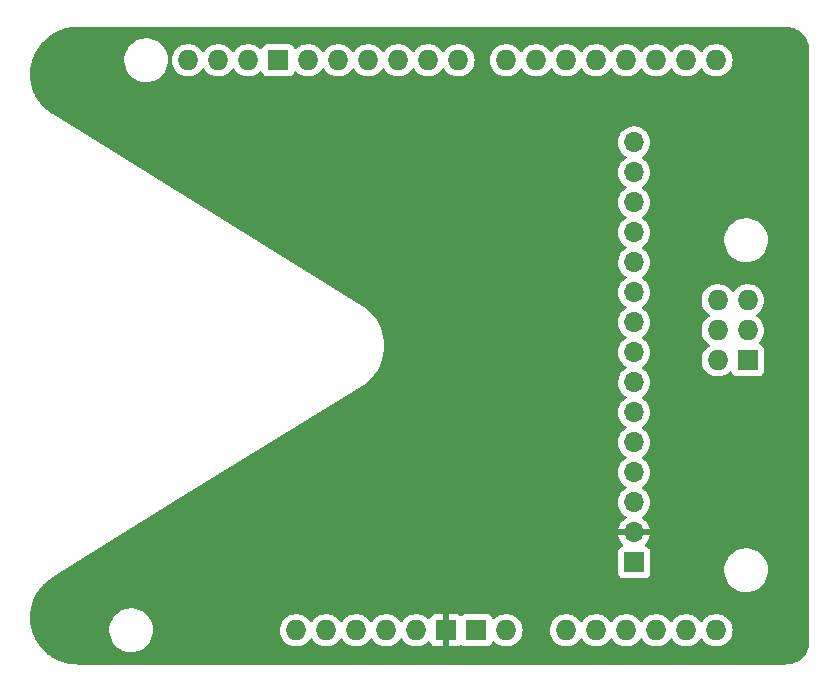
<source format=gbr>
%TF.GenerationSoftware,KiCad,Pcbnew,7.0.1*%
%TF.CreationDate,2023-04-03T11:52:17-04:00*%
%TF.ProjectId,panel-tester_arduino-uno,70616e65-6c2d-4746-9573-7465725f6172,rev?*%
%TF.SameCoordinates,Original*%
%TF.FileFunction,Copper,L2,Bot*%
%TF.FilePolarity,Positive*%
%FSLAX46Y46*%
G04 Gerber Fmt 4.6, Leading zero omitted, Abs format (unit mm)*
G04 Created by KiCad (PCBNEW 7.0.1) date 2023-04-03 11:52:17*
%MOMM*%
%LPD*%
G01*
G04 APERTURE LIST*
%TA.AperFunction,ComponentPad*%
%ADD10O,1.727200X1.727200*%
%TD*%
%TA.AperFunction,ComponentPad*%
%ADD11R,1.727200X1.727200*%
%TD*%
%TA.AperFunction,ComponentPad*%
%ADD12R,1.700000X1.700000*%
%TD*%
%TA.AperFunction,ComponentPad*%
%ADD13O,1.700000X1.700000*%
%TD*%
G04 APERTURE END LIST*
D10*
%TO.P,XA1,VIN,VIN*%
%TO.N,unconnected-(XA1-PadVIN)*%
X213279881Y-82750000D03*
%TO.P,XA1,SDA,SDA*%
%TO.N,unconnected-(XA1-PadSDA)*%
X188895881Y-34490000D03*
%TO.P,XA1,SCL,SCL*%
%TO.N,unconnected-(XA1-PadSCL)*%
X186355881Y-34490000D03*
%TO.P,XA1,SCK,SPI_SCK*%
%TO.N,unconnected-(XA1-PadSCK)*%
X231186881Y-57350000D03*
%TO.P,XA1,RST2,SPI_RESET*%
%TO.N,unconnected-(XA1-PadRST2)*%
X231186881Y-59890000D03*
%TO.P,XA1,RST1,RESET*%
%TO.N,unconnected-(XA1-PadRST1)*%
X200579881Y-82750000D03*
%TO.P,XA1,MOSI,SPI_MOSI*%
%TO.N,unconnected-(XA1-PadMOSI)*%
X233726881Y-57350000D03*
%TO.P,XA1,MISO,SPI_MISO*%
%TO.N,unconnected-(XA1-PadMISO)*%
X231186881Y-54810000D03*
%TO.P,XA1,IORF,IOREF*%
%TO.N,unconnected-(XA1-PadIORF)*%
X198039881Y-82750000D03*
D11*
%TO.P,XA1,GND4,SPI_GND*%
%TO.N,unconnected-(XA1-PadGND4)*%
X233726881Y-59890000D03*
%TO.P,XA1,GND3,GND*%
%TO.N,unconnected-(XA1-PadGND3)*%
X210739881Y-82750000D03*
%TO.P,XA1,GND2,GND*%
%TO.N,/GND*%
X208199881Y-82750000D03*
%TO.P,XA1,GND1,GND*%
%TO.N,unconnected-(XA1-PadGND1)*%
X193975881Y-34490000D03*
D10*
%TO.P,XA1,D13,D13*%
%TO.N,/SCK*%
X196515881Y-34490000D03*
%TO.P,XA1,D12,D12*%
%TO.N,unconnected-(XA1-PadD12)*%
X199055881Y-34490000D03*
%TO.P,XA1,D11,D11*%
%TO.N,/COPI*%
X201595881Y-34490000D03*
%TO.P,XA1,D10,D10_CS*%
%TO.N,/CS1*%
X204135881Y-34490000D03*
%TO.P,XA1,D9,D9*%
%TO.N,unconnected-(XA1-PadD9)*%
X206675881Y-34490000D03*
%TO.P,XA1,D8,D8*%
%TO.N,unconnected-(XA1-PadD8)*%
X209215881Y-34490000D03*
%TO.P,XA1,D7,D7*%
%TO.N,unconnected-(XA1-PadD7)*%
X213279881Y-34490000D03*
%TO.P,XA1,D6,D6*%
%TO.N,unconnected-(XA1-PadD6)*%
X215819881Y-34490000D03*
%TO.P,XA1,D5,D5*%
%TO.N,unconnected-(XA1-PadD5)*%
X218359881Y-34490000D03*
%TO.P,XA1,D4,D4*%
%TO.N,unconnected-(XA1-PadD4)*%
X220899881Y-34490000D03*
%TO.P,XA1,D3,D3_INT1*%
%TO.N,unconnected-(XA1-PadD3)*%
X223439881Y-34490000D03*
%TO.P,XA1,D2,D2_INT0*%
%TO.N,unconnected-(XA1-PadD2)*%
X225979881Y-34490000D03*
%TO.P,XA1,D1,D1_TX0*%
%TO.N,unconnected-(XA1-PadD1)*%
X228519881Y-34490000D03*
%TO.P,XA1,D0,D0_RX0*%
%TO.N,unconnected-(XA1-PadD0)*%
X231059881Y-34490000D03*
%TO.P,XA1,AREF,AREF*%
%TO.N,unconnected-(XA1-PadAREF)*%
X191435881Y-34490000D03*
%TO.P,XA1,A5,A5*%
%TO.N,unconnected-(XA1-PadA5)*%
X231059881Y-82750000D03*
%TO.P,XA1,A4,A4*%
%TO.N,unconnected-(XA1-PadA4)*%
X228519881Y-82750000D03*
%TO.P,XA1,A3,A3*%
%TO.N,unconnected-(XA1-PadA3)*%
X225979881Y-82750000D03*
%TO.P,XA1,A2,A2*%
%TO.N,unconnected-(XA1-PadA2)*%
X223439881Y-82750000D03*
%TO.P,XA1,A1,A1*%
%TO.N,unconnected-(XA1-PadA1)*%
X220899881Y-82750000D03*
%TO.P,XA1,A0,A0*%
%TO.N,unconnected-(XA1-PadA0)*%
X218359881Y-82750000D03*
%TO.P,XA1,5V2,SPI_5V*%
%TO.N,unconnected-(XA1-Pad5V2)*%
X233726881Y-54810000D03*
%TO.P,XA1,5V1,5V*%
%TO.N,/5VCC*%
X205659881Y-82750000D03*
%TO.P,XA1,3V3,3.3V*%
%TO.N,unconnected-(XA1-Pad3V3)*%
X203119881Y-82750000D03*
%TO.P,XA1,*%
%TO.N,*%
X195499881Y-82750000D03*
%TD*%
D12*
%TO.P,J1,1,Pin_1*%
%TO.N,/5VCC*%
X224105000Y-77000000D03*
D13*
%TO.P,J1,2,Pin_2*%
%TO.N,/GND*%
X224105000Y-74460000D03*
%TO.P,J1,3,Pin_3*%
%TO.N,unconnected-(J1-Pad3)*%
X224105000Y-71920000D03*
%TO.P,J1,4,Pin_4*%
%TO.N,/SCK*%
X224105000Y-69380000D03*
%TO.P,J1,5,Pin_5*%
%TO.N,/COPI*%
X224105000Y-66840000D03*
%TO.P,J1,6,Pin_6*%
%TO.N,unconnected-(J1-Pad6)*%
X224105000Y-64300000D03*
%TO.P,J1,7,Pin_7*%
%TO.N,/CS1*%
X224105000Y-61760000D03*
%TO.P,J1,8,Pin_8*%
%TO.N,unconnected-(J1-Pad8)*%
X224105000Y-59220000D03*
%TO.P,J1,9,Pin_9*%
%TO.N,unconnected-(J1-Pad9)*%
X224105000Y-56680000D03*
%TO.P,J1,10,Pin_10*%
%TO.N,unconnected-(J1-Pad10)*%
X224105000Y-54140000D03*
%TO.P,J1,11,Pin_11*%
%TO.N,unconnected-(J1-Pad11)*%
X224105000Y-51600000D03*
%TO.P,J1,12,Pin_12*%
%TO.N,unconnected-(J1-Pad12)*%
X224105000Y-49060000D03*
%TO.P,J1,13,Pin_13*%
%TO.N,unconnected-(J1-Pad13)*%
X224105000Y-46520000D03*
%TO.P,J1,14,Pin_14*%
%TO.N,unconnected-(J1-Pad14)*%
X224105000Y-43980000D03*
%TO.P,J1,15,Pin_15*%
%TO.N,unconnected-(J1-Pad15)*%
X224105000Y-41440000D03*
%TD*%
%TA.AperFunction,Conductor*%
%TO.N,/GND*%
G36*
X236874791Y-31647819D02*
G01*
X236950493Y-31649171D01*
X236954988Y-31649332D01*
X236962096Y-31649713D01*
X237058590Y-31654886D01*
X237060711Y-31655018D01*
X237092923Y-31657322D01*
X237097299Y-31657713D01*
X237232246Y-31672221D01*
X237241115Y-31673496D01*
X237372439Y-31697190D01*
X237381190Y-31699094D01*
X237510469Y-31732090D01*
X237519095Y-31734623D01*
X237645680Y-31776755D01*
X237654107Y-31779898D01*
X237777348Y-31830946D01*
X237785529Y-31834682D01*
X237904830Y-31894399D01*
X237912712Y-31898703D01*
X238027456Y-31966783D01*
X238035019Y-31971643D01*
X238082631Y-32004701D01*
X238144606Y-32047731D01*
X238151806Y-32053121D01*
X238255675Y-32136824D01*
X238262470Y-32142711D01*
X238344769Y-32219335D01*
X238360116Y-32233623D01*
X238366476Y-32239983D01*
X238457385Y-32337626D01*
X238463275Y-32344424D01*
X238546977Y-32448291D01*
X238552358Y-32455480D01*
X238616260Y-32547515D01*
X238628453Y-32565076D01*
X238633316Y-32572643D01*
X238701389Y-32687374D01*
X238705700Y-32695269D01*
X238765417Y-32814570D01*
X238769153Y-32822751D01*
X238820201Y-32945992D01*
X238823344Y-32954419D01*
X238865475Y-33081001D01*
X238868009Y-33089631D01*
X238901001Y-33218889D01*
X238902913Y-33227678D01*
X238924889Y-33349485D01*
X238926600Y-33358965D01*
X238927880Y-33367869D01*
X238942380Y-33502743D01*
X238942781Y-33507223D01*
X238945077Y-33539329D01*
X238945217Y-33541573D01*
X238950767Y-33645111D01*
X238950928Y-33649605D01*
X238952280Y-33725306D01*
X238952300Y-33727556D01*
X238952300Y-83567044D01*
X238952280Y-83569294D01*
X238950928Y-83644994D01*
X238950767Y-83649488D01*
X238945217Y-83753026D01*
X238945077Y-83755270D01*
X238942781Y-83787376D01*
X238942380Y-83791856D01*
X238927880Y-83926730D01*
X238926600Y-83935634D01*
X238902913Y-84066921D01*
X238901001Y-84075710D01*
X238868009Y-84204968D01*
X238865475Y-84213598D01*
X238823344Y-84340180D01*
X238820201Y-84348607D01*
X238769153Y-84471848D01*
X238765417Y-84480029D01*
X238705700Y-84599330D01*
X238701389Y-84607225D01*
X238633316Y-84721956D01*
X238628453Y-84729523D01*
X238552368Y-84839106D01*
X238546978Y-84846306D01*
X238463275Y-84950175D01*
X238457385Y-84956973D01*
X238366476Y-85054616D01*
X238360116Y-85060976D01*
X238262473Y-85151885D01*
X238255675Y-85157775D01*
X238151798Y-85241484D01*
X238144597Y-85246874D01*
X238035022Y-85322953D01*
X238027456Y-85327816D01*
X237912725Y-85395889D01*
X237904830Y-85400200D01*
X237785529Y-85459917D01*
X237777348Y-85463653D01*
X237654103Y-85514703D01*
X237645676Y-85517846D01*
X237519095Y-85559976D01*
X237510464Y-85562510D01*
X237381197Y-85595503D01*
X237372409Y-85597415D01*
X237241134Y-85621100D01*
X237232230Y-85622380D01*
X237097356Y-85636880D01*
X237092876Y-85637281D01*
X237060770Y-85639577D01*
X237058526Y-85639717D01*
X236954988Y-85645267D01*
X236950494Y-85645428D01*
X236878089Y-85646721D01*
X236874789Y-85646780D01*
X236872544Y-85646800D01*
X176988059Y-85646800D01*
X176986494Y-85646790D01*
X176984469Y-85646764D01*
X176954392Y-85646390D01*
X176951258Y-85646312D01*
X176912980Y-85644882D01*
X176911647Y-85644825D01*
X176704713Y-85634899D01*
X176701353Y-85634693D01*
X176558798Y-85624032D01*
X176552556Y-85623409D01*
X176426775Y-85607676D01*
X176424361Y-85607350D01*
X176344948Y-85595853D01*
X176344262Y-85595752D01*
X176311023Y-85590753D01*
X176307924Y-85590247D01*
X176165551Y-85565192D01*
X176159404Y-85563952D01*
X176044325Y-85537738D01*
X176042404Y-85537284D01*
X175972749Y-85520265D01*
X175971622Y-85519985D01*
X175922343Y-85507462D01*
X175919314Y-85506652D01*
X175780094Y-85467561D01*
X175774102Y-85465716D01*
X175671532Y-85431326D01*
X175670103Y-85430837D01*
X175603783Y-85407713D01*
X175602251Y-85407168D01*
X175543833Y-85385950D01*
X175540900Y-85384843D01*
X175406255Y-85332111D01*
X175400489Y-85329686D01*
X175346862Y-85305542D01*
X175312921Y-85290260D01*
X175311971Y-85289827D01*
X175245806Y-85259375D01*
X175243913Y-85258485D01*
X175179249Y-85227413D01*
X175176442Y-85226021D01*
X175125460Y-85199943D01*
X175047714Y-85160175D01*
X175042242Y-85157202D01*
X174976464Y-85119314D01*
X174976132Y-85119121D01*
X174903069Y-85076586D01*
X174900875Y-85075279D01*
X174832282Y-85033462D01*
X174829626Y-85031797D01*
X174708801Y-84953950D01*
X174703521Y-84950356D01*
X174579344Y-84861131D01*
X174576914Y-84859340D01*
X174506235Y-84805942D01*
X174503756Y-84804020D01*
X174397070Y-84719166D01*
X174392524Y-84715373D01*
X174281057Y-84617826D01*
X174277228Y-84614456D01*
X174274938Y-84612389D01*
X174204472Y-84547195D01*
X174202197Y-84545037D01*
X174109734Y-84455120D01*
X174105904Y-84451231D01*
X174023250Y-84363574D01*
X174022789Y-84363082D01*
X173995605Y-84333878D01*
X173993547Y-84331610D01*
X173929894Y-84259719D01*
X173927845Y-84257347D01*
X173883743Y-84204968D01*
X173849548Y-84164355D01*
X173846438Y-84160509D01*
X173776990Y-84071060D01*
X173776339Y-84070212D01*
X173743279Y-84026729D01*
X173741427Y-84024228D01*
X173707241Y-83976861D01*
X173685237Y-83946373D01*
X173683440Y-83943816D01*
X173619004Y-83849684D01*
X173616527Y-83845923D01*
X173557761Y-83753084D01*
X173556840Y-83751607D01*
X173522706Y-83695996D01*
X173521100Y-83693304D01*
X173494376Y-83647232D01*
X173472936Y-83610270D01*
X173471432Y-83607602D01*
X173420249Y-83514075D01*
X173418435Y-83510631D01*
X173369415Y-83413762D01*
X173368620Y-83412157D01*
X173336078Y-83344954D01*
X173334763Y-83342149D01*
X173295071Y-83254698D01*
X173293837Y-83251885D01*
X173270574Y-83197045D01*
X173255223Y-83160856D01*
X173253925Y-83157672D01*
X173214738Y-83057419D01*
X173213840Y-83055045D01*
X173185287Y-82977168D01*
X173184260Y-82974256D01*
X173153458Y-82883303D01*
X173152498Y-82880349D01*
X173133025Y-82817766D01*
X179675668Y-82817766D01*
X179705294Y-83087015D01*
X179705295Y-83087018D01*
X179773809Y-83349088D01*
X179801383Y-83413974D01*
X179878586Y-83595650D01*
X179879751Y-83598390D01*
X180020863Y-83829610D01*
X180194136Y-84037820D01*
X180194137Y-84037821D01*
X180194139Y-84037823D01*
X180395874Y-84218578D01*
X180395876Y-84218579D01*
X180395879Y-84218582D01*
X180621791Y-84368044D01*
X180679138Y-84394927D01*
X180867052Y-84483018D01*
X180867054Y-84483018D01*
X180867057Y-84483020D01*
X181126450Y-84561060D01*
X181126453Y-84561060D01*
X181126455Y-84561061D01*
X181394439Y-84600500D01*
X181394442Y-84600500D01*
X181597511Y-84600500D01*
X181597512Y-84600500D01*
X181800037Y-84585677D01*
X182064434Y-84526780D01*
X182317439Y-84430014D01*
X182553658Y-84297441D01*
X182768058Y-84131888D01*
X182956067Y-83936881D01*
X183113680Y-83716579D01*
X183237537Y-83475675D01*
X183324999Y-83219305D01*
X183374200Y-82952933D01*
X183381616Y-82750000D01*
X194123079Y-82750000D01*
X194141857Y-82976614D01*
X194141857Y-82976617D01*
X194141858Y-82976618D01*
X194197677Y-83197045D01*
X194289020Y-83405285D01*
X194413391Y-83595650D01*
X194567396Y-83762945D01*
X194746841Y-83902612D01*
X194946824Y-84010838D01*
X194946826Y-84010839D01*
X195161896Y-84084672D01*
X195251611Y-84099643D01*
X195386183Y-84122100D01*
X195386186Y-84122100D01*
X195613576Y-84122100D01*
X195613579Y-84122100D01*
X195725720Y-84103386D01*
X195837866Y-84084672D01*
X196052936Y-84010839D01*
X196252920Y-83902612D01*
X196432364Y-83762946D01*
X196438524Y-83756255D01*
X196572911Y-83610270D01*
X196586371Y-83595649D01*
X196664397Y-83476220D01*
X196709911Y-83434321D01*
X196769881Y-83419135D01*
X196829851Y-83434321D01*
X196875364Y-83476220D01*
X196953391Y-83595650D01*
X197107396Y-83762945D01*
X197286841Y-83902612D01*
X197486824Y-84010838D01*
X197486826Y-84010839D01*
X197701896Y-84084672D01*
X197791611Y-84099643D01*
X197926183Y-84122100D01*
X197926186Y-84122100D01*
X198153576Y-84122100D01*
X198153579Y-84122100D01*
X198265720Y-84103386D01*
X198377866Y-84084672D01*
X198592936Y-84010839D01*
X198792920Y-83902612D01*
X198972364Y-83762946D01*
X198978524Y-83756255D01*
X199112911Y-83610270D01*
X199126371Y-83595649D01*
X199204397Y-83476220D01*
X199249911Y-83434321D01*
X199309881Y-83419135D01*
X199369851Y-83434321D01*
X199415364Y-83476220D01*
X199493391Y-83595650D01*
X199647396Y-83762945D01*
X199826841Y-83902612D01*
X200026824Y-84010838D01*
X200026826Y-84010839D01*
X200241896Y-84084672D01*
X200331611Y-84099643D01*
X200466183Y-84122100D01*
X200466186Y-84122100D01*
X200693576Y-84122100D01*
X200693579Y-84122100D01*
X200805720Y-84103386D01*
X200917866Y-84084672D01*
X201132936Y-84010839D01*
X201332920Y-83902612D01*
X201512364Y-83762946D01*
X201518524Y-83756255D01*
X201652911Y-83610270D01*
X201666371Y-83595649D01*
X201744397Y-83476220D01*
X201789911Y-83434321D01*
X201849881Y-83419135D01*
X201909851Y-83434321D01*
X201955364Y-83476220D01*
X202033391Y-83595650D01*
X202187396Y-83762945D01*
X202366841Y-83902612D01*
X202566824Y-84010838D01*
X202566826Y-84010839D01*
X202781896Y-84084672D01*
X202871611Y-84099643D01*
X203006183Y-84122100D01*
X203006186Y-84122100D01*
X203233576Y-84122100D01*
X203233579Y-84122100D01*
X203345720Y-84103386D01*
X203457866Y-84084672D01*
X203672936Y-84010839D01*
X203872920Y-83902612D01*
X204052364Y-83762946D01*
X204058524Y-83756255D01*
X204192911Y-83610270D01*
X204206371Y-83595649D01*
X204284397Y-83476220D01*
X204329911Y-83434321D01*
X204389881Y-83419135D01*
X204449851Y-83434321D01*
X204495364Y-83476220D01*
X204573391Y-83595650D01*
X204727396Y-83762945D01*
X204906841Y-83902612D01*
X205106824Y-84010838D01*
X205106826Y-84010839D01*
X205321896Y-84084672D01*
X205411611Y-84099643D01*
X205546183Y-84122100D01*
X205546186Y-84122100D01*
X205773576Y-84122100D01*
X205773579Y-84122100D01*
X205885720Y-84103386D01*
X205997866Y-84084672D01*
X206212936Y-84010839D01*
X206412920Y-83902612D01*
X206592364Y-83762946D01*
X206636546Y-83714950D01*
X206690018Y-83680550D01*
X206753480Y-83676639D01*
X206810772Y-83704215D01*
X206847304Y-83756255D01*
X206885835Y-83859562D01*
X206973376Y-83976504D01*
X207090318Y-84064045D01*
X207227187Y-84115094D01*
X207287692Y-84121600D01*
X207945881Y-84121600D01*
X208453881Y-84121600D01*
X209112070Y-84121600D01*
X209172574Y-84115094D01*
X209309443Y-84064045D01*
X209393953Y-84000781D01*
X209442679Y-83978528D01*
X209496246Y-83978528D01*
X209544970Y-84000778D01*
X209630077Y-84064489D01*
X209767080Y-84115589D01*
X209827643Y-84122100D01*
X211652119Y-84122100D01*
X211712682Y-84115589D01*
X211849685Y-84064489D01*
X211966742Y-83976861D01*
X212054370Y-83859804D01*
X212092839Y-83756664D01*
X212129368Y-83704628D01*
X212186660Y-83677052D01*
X212250122Y-83680962D01*
X212303594Y-83715363D01*
X212347396Y-83762945D01*
X212526841Y-83902612D01*
X212726824Y-84010838D01*
X212726826Y-84010839D01*
X212941896Y-84084672D01*
X213031611Y-84099643D01*
X213166183Y-84122100D01*
X213166186Y-84122100D01*
X213393576Y-84122100D01*
X213393579Y-84122100D01*
X213505720Y-84103386D01*
X213617866Y-84084672D01*
X213832936Y-84010839D01*
X214032920Y-83902612D01*
X214212364Y-83762946D01*
X214218524Y-83756255D01*
X214352911Y-83610270D01*
X214366371Y-83595649D01*
X214490742Y-83405285D01*
X214582084Y-83197047D01*
X214637905Y-82976614D01*
X214656683Y-82750000D01*
X216983079Y-82750000D01*
X217001857Y-82976614D01*
X217001857Y-82976617D01*
X217001858Y-82976618D01*
X217057677Y-83197045D01*
X217149020Y-83405285D01*
X217273391Y-83595650D01*
X217427396Y-83762945D01*
X217606841Y-83902612D01*
X217806824Y-84010838D01*
X217806826Y-84010839D01*
X218021896Y-84084672D01*
X218111611Y-84099643D01*
X218246183Y-84122100D01*
X218246186Y-84122100D01*
X218473576Y-84122100D01*
X218473579Y-84122100D01*
X218585720Y-84103386D01*
X218697866Y-84084672D01*
X218912936Y-84010839D01*
X219112920Y-83902612D01*
X219292364Y-83762946D01*
X219298524Y-83756255D01*
X219432911Y-83610270D01*
X219446371Y-83595649D01*
X219524397Y-83476220D01*
X219569911Y-83434321D01*
X219629881Y-83419135D01*
X219689851Y-83434321D01*
X219735364Y-83476220D01*
X219813391Y-83595650D01*
X219967396Y-83762945D01*
X220146841Y-83902612D01*
X220346824Y-84010838D01*
X220346826Y-84010839D01*
X220561896Y-84084672D01*
X220651611Y-84099643D01*
X220786183Y-84122100D01*
X220786186Y-84122100D01*
X221013576Y-84122100D01*
X221013579Y-84122100D01*
X221125720Y-84103386D01*
X221237866Y-84084672D01*
X221452936Y-84010839D01*
X221652920Y-83902612D01*
X221832364Y-83762946D01*
X221838524Y-83756255D01*
X221972911Y-83610270D01*
X221986371Y-83595649D01*
X222064397Y-83476220D01*
X222109911Y-83434321D01*
X222169881Y-83419135D01*
X222229851Y-83434321D01*
X222275364Y-83476220D01*
X222353391Y-83595650D01*
X222507396Y-83762945D01*
X222686841Y-83902612D01*
X222886824Y-84010838D01*
X222886826Y-84010839D01*
X223101896Y-84084672D01*
X223191611Y-84099643D01*
X223326183Y-84122100D01*
X223326186Y-84122100D01*
X223553576Y-84122100D01*
X223553579Y-84122100D01*
X223665720Y-84103386D01*
X223777866Y-84084672D01*
X223992936Y-84010839D01*
X224192920Y-83902612D01*
X224372364Y-83762946D01*
X224378524Y-83756255D01*
X224512911Y-83610270D01*
X224526371Y-83595649D01*
X224604397Y-83476220D01*
X224649911Y-83434321D01*
X224709881Y-83419135D01*
X224769851Y-83434321D01*
X224815364Y-83476220D01*
X224893391Y-83595650D01*
X225047396Y-83762945D01*
X225226841Y-83902612D01*
X225426824Y-84010838D01*
X225426826Y-84010839D01*
X225641896Y-84084672D01*
X225731611Y-84099643D01*
X225866183Y-84122100D01*
X225866186Y-84122100D01*
X226093576Y-84122100D01*
X226093579Y-84122100D01*
X226205720Y-84103386D01*
X226317866Y-84084672D01*
X226532936Y-84010839D01*
X226732920Y-83902612D01*
X226912364Y-83762946D01*
X226918524Y-83756255D01*
X227052911Y-83610270D01*
X227066371Y-83595649D01*
X227144397Y-83476220D01*
X227189911Y-83434321D01*
X227249881Y-83419135D01*
X227309851Y-83434321D01*
X227355364Y-83476220D01*
X227433391Y-83595650D01*
X227587396Y-83762945D01*
X227766841Y-83902612D01*
X227966824Y-84010838D01*
X227966826Y-84010839D01*
X228181896Y-84084672D01*
X228271611Y-84099643D01*
X228406183Y-84122100D01*
X228406186Y-84122100D01*
X228633576Y-84122100D01*
X228633579Y-84122100D01*
X228745720Y-84103386D01*
X228857866Y-84084672D01*
X229072936Y-84010839D01*
X229272920Y-83902612D01*
X229452364Y-83762946D01*
X229458524Y-83756255D01*
X229592911Y-83610270D01*
X229606371Y-83595649D01*
X229684397Y-83476220D01*
X229729911Y-83434321D01*
X229789881Y-83419135D01*
X229849851Y-83434321D01*
X229895364Y-83476220D01*
X229973391Y-83595650D01*
X230127396Y-83762945D01*
X230306841Y-83902612D01*
X230506824Y-84010838D01*
X230506826Y-84010839D01*
X230721896Y-84084672D01*
X230811611Y-84099643D01*
X230946183Y-84122100D01*
X230946186Y-84122100D01*
X231173576Y-84122100D01*
X231173579Y-84122100D01*
X231285720Y-84103386D01*
X231397866Y-84084672D01*
X231612936Y-84010839D01*
X231812920Y-83902612D01*
X231992364Y-83762946D01*
X231998524Y-83756255D01*
X232132911Y-83610270D01*
X232146371Y-83595649D01*
X232270742Y-83405285D01*
X232362084Y-83197047D01*
X232417905Y-82976614D01*
X232436683Y-82750000D01*
X232417905Y-82523386D01*
X232362084Y-82302953D01*
X232270742Y-82094715D01*
X232156780Y-81920283D01*
X232146370Y-81904349D01*
X231992365Y-81737054D01*
X231812920Y-81597387D01*
X231612937Y-81489161D01*
X231397863Y-81415327D01*
X231173579Y-81377900D01*
X231173576Y-81377900D01*
X230946186Y-81377900D01*
X230946183Y-81377900D01*
X230721898Y-81415327D01*
X230506824Y-81489161D01*
X230306841Y-81597387D01*
X230127396Y-81737054D01*
X229973391Y-81904349D01*
X229895364Y-82023779D01*
X229849850Y-82065678D01*
X229789881Y-82080864D01*
X229729912Y-82065678D01*
X229684398Y-82023779D01*
X229606370Y-81904349D01*
X229452365Y-81737054D01*
X229272920Y-81597387D01*
X229072937Y-81489161D01*
X228857863Y-81415327D01*
X228633579Y-81377900D01*
X228633576Y-81377900D01*
X228406186Y-81377900D01*
X228406183Y-81377900D01*
X228181898Y-81415327D01*
X227966824Y-81489161D01*
X227766841Y-81597387D01*
X227587396Y-81737054D01*
X227433391Y-81904349D01*
X227355364Y-82023779D01*
X227309850Y-82065678D01*
X227249881Y-82080864D01*
X227189912Y-82065678D01*
X227144398Y-82023779D01*
X227066370Y-81904349D01*
X226912365Y-81737054D01*
X226732920Y-81597387D01*
X226532937Y-81489161D01*
X226317863Y-81415327D01*
X226093579Y-81377900D01*
X226093576Y-81377900D01*
X225866186Y-81377900D01*
X225866183Y-81377900D01*
X225641898Y-81415327D01*
X225426824Y-81489161D01*
X225226841Y-81597387D01*
X225047396Y-81737054D01*
X224893391Y-81904349D01*
X224815364Y-82023779D01*
X224769850Y-82065678D01*
X224709881Y-82080864D01*
X224649912Y-82065678D01*
X224604398Y-82023779D01*
X224526370Y-81904349D01*
X224372365Y-81737054D01*
X224192920Y-81597387D01*
X223992937Y-81489161D01*
X223777863Y-81415327D01*
X223553579Y-81377900D01*
X223553576Y-81377900D01*
X223326186Y-81377900D01*
X223326183Y-81377900D01*
X223101898Y-81415327D01*
X222886824Y-81489161D01*
X222686841Y-81597387D01*
X222507396Y-81737054D01*
X222353391Y-81904349D01*
X222275364Y-82023779D01*
X222229850Y-82065678D01*
X222169881Y-82080864D01*
X222109912Y-82065678D01*
X222064398Y-82023779D01*
X221986370Y-81904349D01*
X221832365Y-81737054D01*
X221652920Y-81597387D01*
X221452937Y-81489161D01*
X221237863Y-81415327D01*
X221013579Y-81377900D01*
X221013576Y-81377900D01*
X220786186Y-81377900D01*
X220786183Y-81377900D01*
X220561898Y-81415327D01*
X220346824Y-81489161D01*
X220146841Y-81597387D01*
X219967396Y-81737054D01*
X219813391Y-81904349D01*
X219735364Y-82023779D01*
X219689850Y-82065678D01*
X219629881Y-82080864D01*
X219569912Y-82065678D01*
X219524398Y-82023779D01*
X219446370Y-81904349D01*
X219292365Y-81737054D01*
X219112920Y-81597387D01*
X218912937Y-81489161D01*
X218697863Y-81415327D01*
X218473579Y-81377900D01*
X218473576Y-81377900D01*
X218246186Y-81377900D01*
X218246183Y-81377900D01*
X218021898Y-81415327D01*
X217806824Y-81489161D01*
X217606841Y-81597387D01*
X217427396Y-81737054D01*
X217273391Y-81904349D01*
X217149020Y-82094714D01*
X217057677Y-82302954D01*
X217029814Y-82412984D01*
X217001857Y-82523386D01*
X216983079Y-82750000D01*
X214656683Y-82750000D01*
X214637905Y-82523386D01*
X214582084Y-82302953D01*
X214490742Y-82094715D01*
X214376780Y-81920283D01*
X214366370Y-81904349D01*
X214212365Y-81737054D01*
X214032920Y-81597387D01*
X213832937Y-81489161D01*
X213617863Y-81415327D01*
X213393579Y-81377900D01*
X213393576Y-81377900D01*
X213166186Y-81377900D01*
X213166183Y-81377900D01*
X212941898Y-81415327D01*
X212726824Y-81489161D01*
X212526841Y-81597387D01*
X212347395Y-81737055D01*
X212303593Y-81784637D01*
X212250121Y-81819037D01*
X212186659Y-81822947D01*
X212129368Y-81795371D01*
X212092838Y-81743333D01*
X212054370Y-81640196D01*
X212054369Y-81640194D01*
X211966742Y-81523138D01*
X211849686Y-81435511D01*
X211779572Y-81409360D01*
X211712682Y-81384411D01*
X211652119Y-81377900D01*
X209827643Y-81377900D01*
X209767080Y-81384411D01*
X209630075Y-81435511D01*
X209544972Y-81499219D01*
X209496246Y-81521472D01*
X209442679Y-81521471D01*
X209393953Y-81499219D01*
X209309441Y-81435953D01*
X209172574Y-81384905D01*
X209112070Y-81378400D01*
X208453881Y-81378400D01*
X208453881Y-84121600D01*
X207945881Y-84121600D01*
X207945881Y-81378400D01*
X207287692Y-81378400D01*
X207227187Y-81384905D01*
X207090318Y-81435954D01*
X206973376Y-81523495D01*
X206885835Y-81640437D01*
X206847304Y-81743744D01*
X206810772Y-81795784D01*
X206753481Y-81823360D01*
X206690019Y-81819450D01*
X206636547Y-81785049D01*
X206592365Y-81737054D01*
X206412920Y-81597387D01*
X206212937Y-81489161D01*
X205997863Y-81415327D01*
X205773579Y-81377900D01*
X205773576Y-81377900D01*
X205546186Y-81377900D01*
X205546183Y-81377900D01*
X205321898Y-81415327D01*
X205106824Y-81489161D01*
X204906841Y-81597387D01*
X204727396Y-81737054D01*
X204573391Y-81904349D01*
X204495364Y-82023779D01*
X204449850Y-82065678D01*
X204389881Y-82080864D01*
X204329912Y-82065678D01*
X204284398Y-82023779D01*
X204206370Y-81904349D01*
X204052365Y-81737054D01*
X203872920Y-81597387D01*
X203672937Y-81489161D01*
X203457863Y-81415327D01*
X203233579Y-81377900D01*
X203233576Y-81377900D01*
X203006186Y-81377900D01*
X203006183Y-81377900D01*
X202781898Y-81415327D01*
X202566824Y-81489161D01*
X202366841Y-81597387D01*
X202187396Y-81737054D01*
X202033391Y-81904349D01*
X201955364Y-82023779D01*
X201909850Y-82065678D01*
X201849881Y-82080864D01*
X201789912Y-82065678D01*
X201744398Y-82023779D01*
X201666370Y-81904349D01*
X201512365Y-81737054D01*
X201332920Y-81597387D01*
X201132937Y-81489161D01*
X200917863Y-81415327D01*
X200693579Y-81377900D01*
X200693576Y-81377900D01*
X200466186Y-81377900D01*
X200466183Y-81377900D01*
X200241898Y-81415327D01*
X200026824Y-81489161D01*
X199826841Y-81597387D01*
X199647396Y-81737054D01*
X199493391Y-81904349D01*
X199415364Y-82023779D01*
X199369850Y-82065678D01*
X199309881Y-82080864D01*
X199249912Y-82065678D01*
X199204398Y-82023779D01*
X199126370Y-81904349D01*
X198972365Y-81737054D01*
X198792920Y-81597387D01*
X198592937Y-81489161D01*
X198377863Y-81415327D01*
X198153579Y-81377900D01*
X198153576Y-81377900D01*
X197926186Y-81377900D01*
X197926183Y-81377900D01*
X197701898Y-81415327D01*
X197486824Y-81489161D01*
X197286841Y-81597387D01*
X197107396Y-81737054D01*
X196953391Y-81904349D01*
X196875364Y-82023779D01*
X196829850Y-82065678D01*
X196769881Y-82080864D01*
X196709912Y-82065678D01*
X196664398Y-82023779D01*
X196586370Y-81904349D01*
X196432365Y-81737054D01*
X196252920Y-81597387D01*
X196052937Y-81489161D01*
X195837863Y-81415327D01*
X195613579Y-81377900D01*
X195613576Y-81377900D01*
X195386186Y-81377900D01*
X195386183Y-81377900D01*
X195161898Y-81415327D01*
X194946824Y-81489161D01*
X194746841Y-81597387D01*
X194567396Y-81737054D01*
X194413391Y-81904349D01*
X194289020Y-82094714D01*
X194197677Y-82302954D01*
X194169814Y-82412984D01*
X194141857Y-82523386D01*
X194123079Y-82750000D01*
X183381616Y-82750000D01*
X183384093Y-82682235D01*
X183354467Y-82412982D01*
X183285953Y-82150912D01*
X183180011Y-81901610D01*
X183038899Y-81670390D01*
X182865626Y-81462180D01*
X182809999Y-81412338D01*
X182663887Y-81281421D01*
X182663884Y-81281419D01*
X182663883Y-81281418D01*
X182437971Y-81131956D01*
X182437967Y-81131954D01*
X182192709Y-81016981D01*
X181933306Y-80938938D01*
X181665323Y-80899500D01*
X181665320Y-80899500D01*
X181462250Y-80899500D01*
X181428495Y-80901970D01*
X181259720Y-80914323D01*
X180995330Y-80973219D01*
X180742322Y-81069985D01*
X180506106Y-81202557D01*
X180291701Y-81368114D01*
X180103696Y-81563117D01*
X179946081Y-81783422D01*
X179822223Y-82024328D01*
X179734763Y-82280693D01*
X179685562Y-82547065D01*
X179675668Y-82817766D01*
X173133025Y-82817766D01*
X173125438Y-82793381D01*
X173124581Y-82790496D01*
X173095274Y-82687323D01*
X173094455Y-82684299D01*
X173093923Y-82682233D01*
X173071770Y-82596153D01*
X173071040Y-82593159D01*
X173054923Y-82523381D01*
X173049427Y-82499584D01*
X173048767Y-82496552D01*
X173032113Y-82415276D01*
X173031641Y-82412843D01*
X173012276Y-82306974D01*
X173011698Y-82303539D01*
X172996689Y-82205775D01*
X172996257Y-82202704D01*
X172984059Y-82107513D01*
X172983699Y-82104399D01*
X172982702Y-82094714D01*
X172976074Y-82030325D01*
X172975871Y-82028164D01*
X172975497Y-82023779D01*
X172966671Y-81920262D01*
X172966394Y-81916229D01*
X172960773Y-81809874D01*
X172960651Y-81806853D01*
X172957969Y-81710787D01*
X172957922Y-81707668D01*
X172957809Y-81670390D01*
X172957724Y-81642345D01*
X172957729Y-81640842D01*
X172958917Y-81530800D01*
X172959045Y-81526384D01*
X172964379Y-81412338D01*
X172964555Y-81409360D01*
X172971434Y-81313476D01*
X172971694Y-81310401D01*
X172976980Y-81255800D01*
X172977040Y-81255209D01*
X172989124Y-81142340D01*
X172989740Y-81137495D01*
X173007472Y-81017147D01*
X173007941Y-81014210D01*
X173024327Y-80919421D01*
X173024886Y-80916417D01*
X173028246Y-80899500D01*
X173032692Y-80877110D01*
X173057016Y-80758637D01*
X173058213Y-80753386D01*
X173089625Y-80628188D01*
X173090400Y-80625255D01*
X173116082Y-80532713D01*
X173116938Y-80529770D01*
X173118241Y-80525488D01*
X173161989Y-80383237D01*
X173163827Y-80377725D01*
X173188193Y-80310000D01*
X173210009Y-80249369D01*
X173211106Y-80246434D01*
X173214943Y-80236545D01*
X173243187Y-80163781D01*
X173244221Y-80161209D01*
X173303024Y-80019851D01*
X173305581Y-80014119D01*
X173367461Y-79884333D01*
X173368837Y-79881539D01*
X173405231Y-79809856D01*
X173406410Y-79807592D01*
X173409402Y-79801983D01*
X173446272Y-79732869D01*
X173482410Y-79665876D01*
X173485483Y-79660503D01*
X173560450Y-79536690D01*
X173562016Y-79534175D01*
X173600795Y-79473585D01*
X173601735Y-79472142D01*
X173642443Y-79410805D01*
X173696490Y-79330816D01*
X173700103Y-79325746D01*
X173786945Y-79210073D01*
X173788813Y-79207648D01*
X173827490Y-79158717D01*
X173828268Y-79157745D01*
X173872834Y-79102834D01*
X173873442Y-79102094D01*
X173942820Y-79018673D01*
X173946904Y-79014005D01*
X174044847Y-78907497D01*
X174046915Y-78905304D01*
X174082377Y-78868616D01*
X174082747Y-78868237D01*
X174133615Y-78816572D01*
X174134664Y-78815522D01*
X174218946Y-78732561D01*
X174223466Y-78728329D01*
X174331511Y-78632079D01*
X174333798Y-78630093D01*
X174359609Y-78608226D01*
X174421636Y-78556265D01*
X174423447Y-78554780D01*
X174522099Y-78475334D01*
X174527061Y-78471536D01*
X174642529Y-78387661D01*
X174645175Y-78385793D01*
X174817653Y-78267425D01*
X174818299Y-78266987D01*
X174849291Y-78246195D01*
X174851779Y-78244571D01*
X174879273Y-78227104D01*
X174880238Y-78226500D01*
X175410774Y-77898638D01*
X222746500Y-77898638D01*
X222753011Y-77959200D01*
X222804111Y-78096205D01*
X222891738Y-78213261D01*
X223008794Y-78300888D01*
X223008795Y-78300888D01*
X223008796Y-78300889D01*
X223145799Y-78351989D01*
X223206362Y-78358500D01*
X225003638Y-78358500D01*
X225064201Y-78351989D01*
X225201204Y-78300889D01*
X225318261Y-78213261D01*
X225405889Y-78096204D01*
X225456989Y-77959201D01*
X225463500Y-77898638D01*
X225463500Y-77737766D01*
X231745668Y-77737766D01*
X231775294Y-78007015D01*
X231806267Y-78125490D01*
X231843809Y-78269088D01*
X231949751Y-78518390D01*
X232090863Y-78749610D01*
X232264136Y-78957820D01*
X232264137Y-78957821D01*
X232264139Y-78957823D01*
X232465874Y-79138578D01*
X232465876Y-79138579D01*
X232465879Y-79138582D01*
X232691791Y-79288044D01*
X232772217Y-79325746D01*
X232937052Y-79403018D01*
X232937054Y-79403018D01*
X232937057Y-79403020D01*
X233196450Y-79481060D01*
X233196453Y-79481060D01*
X233196455Y-79481061D01*
X233464439Y-79520500D01*
X233464442Y-79520500D01*
X233667511Y-79520500D01*
X233667512Y-79520500D01*
X233870037Y-79505677D01*
X234134434Y-79446780D01*
X234387439Y-79350014D01*
X234623658Y-79217441D01*
X234838058Y-79051888D01*
X235026067Y-78856881D01*
X235183680Y-78636579D01*
X235307537Y-78395675D01*
X235394999Y-78139305D01*
X235444200Y-77872933D01*
X235454093Y-77602235D01*
X235424467Y-77332982D01*
X235355953Y-77070912D01*
X235250011Y-76821610D01*
X235108899Y-76590390D01*
X234935626Y-76382180D01*
X234830640Y-76288112D01*
X234733887Y-76201421D01*
X234733884Y-76201419D01*
X234733883Y-76201418D01*
X234507971Y-76051956D01*
X234484171Y-76040799D01*
X234262709Y-75936981D01*
X234003306Y-75858938D01*
X233735323Y-75819500D01*
X233735320Y-75819500D01*
X233532250Y-75819500D01*
X233498495Y-75821970D01*
X233329720Y-75834323D01*
X233065330Y-75893219D01*
X232812322Y-75989985D01*
X232576106Y-76122557D01*
X232361701Y-76288114D01*
X232173696Y-76483117D01*
X232016081Y-76703422D01*
X231892223Y-76944328D01*
X231804763Y-77200693D01*
X231755562Y-77467065D01*
X231745668Y-77737766D01*
X225463500Y-77737766D01*
X225463500Y-76101362D01*
X225456989Y-76040799D01*
X225405889Y-75903796D01*
X225397972Y-75893220D01*
X225318261Y-75786738D01*
X225201206Y-75699111D01*
X225127758Y-75671716D01*
X225085684Y-75656024D01*
X225035352Y-75621461D01*
X225007178Y-75567291D01*
X225007781Y-75506235D01*
X225037018Y-75452632D01*
X225180321Y-75296962D01*
X225303419Y-75108548D01*
X225393822Y-74902451D01*
X225441544Y-74714000D01*
X222768455Y-74714000D01*
X222816177Y-74902451D01*
X222906580Y-75108548D01*
X223029678Y-75296962D01*
X223172981Y-75452632D01*
X223202218Y-75506235D01*
X223202821Y-75567291D01*
X223174647Y-75621461D01*
X223124313Y-75656025D01*
X223008793Y-75699111D01*
X222891738Y-75786738D01*
X222804111Y-75903794D01*
X222753011Y-76040799D01*
X222746500Y-76101362D01*
X222746500Y-77898638D01*
X175410774Y-77898638D01*
X185085210Y-71920000D01*
X222741844Y-71920000D01*
X222760436Y-72144368D01*
X222760436Y-72144371D01*
X222760437Y-72144372D01*
X222815702Y-72362611D01*
X222906139Y-72568790D01*
X223029278Y-72757268D01*
X223181762Y-72922908D01*
X223359422Y-73061188D01*
X223359424Y-73061189D01*
X223393205Y-73079470D01*
X223441477Y-73125785D01*
X223459237Y-73190282D01*
X223441479Y-73254779D01*
X223393209Y-73301096D01*
X223359702Y-73319229D01*
X223182096Y-73457466D01*
X223029678Y-73623037D01*
X222906580Y-73811451D01*
X222816177Y-74017548D01*
X222768455Y-74205999D01*
X222768456Y-74206000D01*
X225441544Y-74206000D01*
X225441544Y-74205999D01*
X225393822Y-74017548D01*
X225303419Y-73811451D01*
X225180321Y-73623037D01*
X225027903Y-73457466D01*
X224850299Y-73319231D01*
X224816791Y-73301097D01*
X224768520Y-73254780D01*
X224750762Y-73190282D01*
X224768522Y-73125785D01*
X224816791Y-73079471D01*
X224850576Y-73061189D01*
X225028240Y-72922906D01*
X225180722Y-72757268D01*
X225303860Y-72568791D01*
X225394296Y-72362616D01*
X225449564Y-72144368D01*
X225468156Y-71920000D01*
X225449564Y-71695632D01*
X225394296Y-71477384D01*
X225303860Y-71271209D01*
X225180722Y-71082732D01*
X225028240Y-70917094D01*
X225028239Y-70917093D01*
X225028237Y-70917091D01*
X224850579Y-70778813D01*
X224850577Y-70778812D01*
X224850576Y-70778811D01*
X224817317Y-70760812D01*
X224769047Y-70714498D01*
X224751288Y-70650000D01*
X224769047Y-70585502D01*
X224817317Y-70539187D01*
X224850576Y-70521189D01*
X225028240Y-70382906D01*
X225180722Y-70217268D01*
X225303860Y-70028791D01*
X225394296Y-69822616D01*
X225449564Y-69604368D01*
X225468156Y-69380000D01*
X225449564Y-69155632D01*
X225394296Y-68937384D01*
X225303860Y-68731209D01*
X225180722Y-68542732D01*
X225028240Y-68377094D01*
X225028239Y-68377093D01*
X225028237Y-68377091D01*
X224850579Y-68238813D01*
X224850577Y-68238812D01*
X224850576Y-68238811D01*
X224817317Y-68220812D01*
X224769047Y-68174498D01*
X224751288Y-68110000D01*
X224769047Y-68045502D01*
X224817317Y-67999187D01*
X224850576Y-67981189D01*
X225028240Y-67842906D01*
X225180722Y-67677268D01*
X225303860Y-67488791D01*
X225394296Y-67282616D01*
X225449564Y-67064368D01*
X225468156Y-66840000D01*
X225449564Y-66615632D01*
X225394296Y-66397384D01*
X225303860Y-66191209D01*
X225180722Y-66002732D01*
X225028240Y-65837094D01*
X225028239Y-65837093D01*
X225028237Y-65837091D01*
X224850578Y-65698812D01*
X224817317Y-65680812D01*
X224769046Y-65634495D01*
X224751288Y-65569997D01*
X224769049Y-65505499D01*
X224817317Y-65459187D01*
X224850576Y-65441189D01*
X225028240Y-65302906D01*
X225180722Y-65137268D01*
X225303860Y-64948791D01*
X225394296Y-64742616D01*
X225449564Y-64524368D01*
X225468156Y-64300000D01*
X225449564Y-64075632D01*
X225394296Y-63857384D01*
X225303860Y-63651209D01*
X225180722Y-63462732D01*
X225028240Y-63297094D01*
X225028239Y-63297093D01*
X225028237Y-63297091D01*
X224850579Y-63158813D01*
X224850577Y-63158812D01*
X224850576Y-63158811D01*
X224817317Y-63140812D01*
X224769047Y-63094498D01*
X224751288Y-63030000D01*
X224769047Y-62965502D01*
X224817317Y-62919187D01*
X224850576Y-62901189D01*
X225028240Y-62762906D01*
X225180722Y-62597268D01*
X225303860Y-62408791D01*
X225394296Y-62202616D01*
X225449564Y-61984368D01*
X225468156Y-61760000D01*
X225449564Y-61535632D01*
X225394296Y-61317384D01*
X225303860Y-61111209D01*
X225180722Y-60922732D01*
X225028240Y-60757094D01*
X225028239Y-60757093D01*
X225028237Y-60757091D01*
X224850579Y-60618813D01*
X224850577Y-60618812D01*
X224850576Y-60618811D01*
X224817317Y-60600812D01*
X224769047Y-60554498D01*
X224751288Y-60490000D01*
X224769047Y-60425502D01*
X224817317Y-60379187D01*
X224850576Y-60361189D01*
X225028240Y-60222906D01*
X225180722Y-60057268D01*
X225290003Y-59890000D01*
X229810079Y-59890000D01*
X229828857Y-60116614D01*
X229828857Y-60116617D01*
X229828858Y-60116618D01*
X229884677Y-60337045D01*
X229976020Y-60545285D01*
X230100391Y-60735650D01*
X230254396Y-60902945D01*
X230433841Y-61042612D01*
X230633824Y-61150838D01*
X230633826Y-61150839D01*
X230848896Y-61224672D01*
X230938611Y-61239643D01*
X231073183Y-61262100D01*
X231073186Y-61262100D01*
X231300576Y-61262100D01*
X231300579Y-61262100D01*
X231412721Y-61243385D01*
X231524866Y-61224672D01*
X231739936Y-61150839D01*
X231939920Y-61042612D01*
X232119364Y-60902946D01*
X232163168Y-60855361D01*
X232216638Y-60820963D01*
X232280100Y-60817052D01*
X232337392Y-60844628D01*
X232373923Y-60896667D01*
X232376266Y-60902948D01*
X232412392Y-60999805D01*
X232500019Y-61116861D01*
X232617075Y-61204488D01*
X232617076Y-61204488D01*
X232617077Y-61204489D01*
X232754080Y-61255589D01*
X232814643Y-61262100D01*
X234639119Y-61262100D01*
X234699682Y-61255589D01*
X234836685Y-61204489D01*
X234953742Y-61116861D01*
X235041370Y-60999804D01*
X235092470Y-60862801D01*
X235098981Y-60802238D01*
X235098981Y-58977762D01*
X235092470Y-58917199D01*
X235041370Y-58780196D01*
X235039265Y-58777384D01*
X234953742Y-58663138D01*
X234836687Y-58575511D01*
X234764557Y-58548608D01*
X234734628Y-58537445D01*
X234684295Y-58502882D01*
X234656121Y-58448712D01*
X234656724Y-58387656D01*
X234685958Y-58334056D01*
X234813371Y-58195649D01*
X234937742Y-58005285D01*
X235029084Y-57797047D01*
X235084905Y-57576614D01*
X235103683Y-57350000D01*
X235084905Y-57123386D01*
X235029084Y-56902953D01*
X234937742Y-56694715D01*
X234813371Y-56504351D01*
X234813370Y-56504349D01*
X234659365Y-56337054D01*
X234479919Y-56197387D01*
X234467768Y-56190811D01*
X234419497Y-56144493D01*
X234401740Y-56079994D01*
X234419502Y-56015497D01*
X234467771Y-55969186D01*
X234479920Y-55962612D01*
X234659364Y-55822946D01*
X234813371Y-55655649D01*
X234937742Y-55465285D01*
X235029084Y-55257047D01*
X235084905Y-55036614D01*
X235103683Y-54810000D01*
X235084905Y-54583386D01*
X235029084Y-54362953D01*
X234937742Y-54154715D01*
X234813371Y-53964351D01*
X234813370Y-53964349D01*
X234659365Y-53797054D01*
X234479920Y-53657387D01*
X234279937Y-53549161D01*
X234064863Y-53475327D01*
X233840579Y-53437900D01*
X233840576Y-53437900D01*
X233613186Y-53437900D01*
X233613183Y-53437900D01*
X233388898Y-53475327D01*
X233173824Y-53549161D01*
X232973841Y-53657387D01*
X232794396Y-53797054D01*
X232640391Y-53964349D01*
X232562364Y-54083779D01*
X232516850Y-54125678D01*
X232456881Y-54140864D01*
X232396912Y-54125678D01*
X232351398Y-54083779D01*
X232273370Y-53964349D01*
X232119365Y-53797054D01*
X231939920Y-53657387D01*
X231739937Y-53549161D01*
X231524863Y-53475327D01*
X231300579Y-53437900D01*
X231300576Y-53437900D01*
X231073186Y-53437900D01*
X231073183Y-53437900D01*
X230848898Y-53475327D01*
X230633824Y-53549161D01*
X230433841Y-53657387D01*
X230254396Y-53797054D01*
X230100391Y-53964349D01*
X229976020Y-54154714D01*
X229884677Y-54362954D01*
X229829053Y-54582611D01*
X229828857Y-54583386D01*
X229810079Y-54810000D01*
X229828857Y-55036614D01*
X229828857Y-55036617D01*
X229828858Y-55036618D01*
X229884677Y-55257045D01*
X229976020Y-55465285D01*
X230100391Y-55655650D01*
X230254396Y-55822945D01*
X230433840Y-55962611D01*
X230433842Y-55962612D01*
X230445988Y-55969185D01*
X230494260Y-56015498D01*
X230512021Y-56079994D01*
X230494264Y-56144492D01*
X230445995Y-56190810D01*
X230433843Y-56197386D01*
X230254396Y-56337054D01*
X230100391Y-56504349D01*
X229976020Y-56694714D01*
X229884677Y-56902954D01*
X229829053Y-57122611D01*
X229828857Y-57123386D01*
X229810079Y-57350000D01*
X229828857Y-57576614D01*
X229828857Y-57576617D01*
X229828858Y-57576618D01*
X229884677Y-57797045D01*
X229976020Y-58005285D01*
X230100391Y-58195650D01*
X230254396Y-58362945D01*
X230433841Y-58502612D01*
X230445991Y-58509187D01*
X230494262Y-58555503D01*
X230512021Y-58620000D01*
X230494262Y-58684497D01*
X230445991Y-58730813D01*
X230433841Y-58737387D01*
X230254396Y-58877054D01*
X230100391Y-59044349D01*
X229976020Y-59234714D01*
X229884677Y-59442954D01*
X229843249Y-59606553D01*
X229828857Y-59663386D01*
X229810079Y-59890000D01*
X225290003Y-59890000D01*
X225303860Y-59868791D01*
X225394296Y-59662616D01*
X225449564Y-59444368D01*
X225468156Y-59220000D01*
X225449564Y-58995632D01*
X225394296Y-58777384D01*
X225303860Y-58571209D01*
X225180722Y-58382732D01*
X225028240Y-58217094D01*
X225028239Y-58217093D01*
X225028237Y-58217091D01*
X224850578Y-58078812D01*
X224817317Y-58060812D01*
X224769046Y-58014495D01*
X224751288Y-57949997D01*
X224769049Y-57885499D01*
X224817317Y-57839187D01*
X224850576Y-57821189D01*
X225028240Y-57682906D01*
X225180722Y-57517268D01*
X225303860Y-57328791D01*
X225394296Y-57122616D01*
X225449564Y-56904368D01*
X225468156Y-56680000D01*
X225449564Y-56455632D01*
X225394296Y-56237384D01*
X225303860Y-56031209D01*
X225180722Y-55842732D01*
X225028240Y-55677094D01*
X225028239Y-55677093D01*
X225028237Y-55677091D01*
X224850578Y-55538812D01*
X224817317Y-55520812D01*
X224769046Y-55474495D01*
X224751288Y-55409997D01*
X224769049Y-55345499D01*
X224817317Y-55299187D01*
X224850576Y-55281189D01*
X225028240Y-55142906D01*
X225180722Y-54977268D01*
X225303860Y-54788791D01*
X225394296Y-54582616D01*
X225449564Y-54364368D01*
X225468156Y-54140000D01*
X225449564Y-53915632D01*
X225394296Y-53697384D01*
X225303860Y-53491209D01*
X225180722Y-53302732D01*
X225028240Y-53137094D01*
X225028239Y-53137093D01*
X225028237Y-53137091D01*
X224850579Y-52998813D01*
X224850577Y-52998812D01*
X224850576Y-52998811D01*
X224817317Y-52980812D01*
X224769047Y-52934498D01*
X224751288Y-52870000D01*
X224769047Y-52805502D01*
X224817317Y-52759187D01*
X224850576Y-52741189D01*
X225028240Y-52602906D01*
X225180722Y-52437268D01*
X225303860Y-52248791D01*
X225394296Y-52042616D01*
X225449564Y-51824368D01*
X225468156Y-51600000D01*
X225449564Y-51375632D01*
X225394296Y-51157384D01*
X225303860Y-50951209D01*
X225180722Y-50762732D01*
X225028240Y-50597094D01*
X225028239Y-50597093D01*
X225028237Y-50597091D01*
X224850579Y-50458813D01*
X224850577Y-50458812D01*
X224850576Y-50458811D01*
X224817317Y-50440812D01*
X224769047Y-50394498D01*
X224751288Y-50330000D01*
X224769047Y-50265502D01*
X224817317Y-50219187D01*
X224850576Y-50201189D01*
X225028240Y-50062906D01*
X225180722Y-49897268D01*
X225245730Y-49797766D01*
X231745668Y-49797766D01*
X231775294Y-50067015D01*
X231775295Y-50067018D01*
X231843809Y-50329088D01*
X231949751Y-50578390D01*
X232090863Y-50809610D01*
X232264136Y-51017820D01*
X232264137Y-51017821D01*
X232264139Y-51017823D01*
X232465874Y-51198578D01*
X232465876Y-51198579D01*
X232465879Y-51198582D01*
X232691791Y-51348044D01*
X232750631Y-51375627D01*
X232937052Y-51463018D01*
X232937054Y-51463018D01*
X232937057Y-51463020D01*
X233196450Y-51541060D01*
X233196453Y-51541060D01*
X233196455Y-51541061D01*
X233464439Y-51580500D01*
X233464442Y-51580500D01*
X233667511Y-51580500D01*
X233667512Y-51580500D01*
X233870037Y-51565677D01*
X234134434Y-51506780D01*
X234387439Y-51410014D01*
X234623658Y-51277441D01*
X234838058Y-51111888D01*
X235026067Y-50916881D01*
X235183680Y-50696579D01*
X235307537Y-50455675D01*
X235394999Y-50199305D01*
X235444200Y-49932933D01*
X235454093Y-49662235D01*
X235424467Y-49392982D01*
X235355953Y-49130912D01*
X235250011Y-48881610D01*
X235108899Y-48650390D01*
X234935626Y-48442180D01*
X234935622Y-48442176D01*
X234733887Y-48261421D01*
X234733884Y-48261419D01*
X234733883Y-48261418D01*
X234507971Y-48111956D01*
X234507967Y-48111954D01*
X234262709Y-47996981D01*
X234003306Y-47918938D01*
X233735323Y-47879500D01*
X233735320Y-47879500D01*
X233532250Y-47879500D01*
X233498495Y-47881970D01*
X233329720Y-47894323D01*
X233065330Y-47953219D01*
X232812322Y-48049985D01*
X232576106Y-48182557D01*
X232361701Y-48348114D01*
X232173696Y-48543117D01*
X232016081Y-48763422D01*
X231892223Y-49004328D01*
X231804763Y-49260693D01*
X231755562Y-49527065D01*
X231745668Y-49797766D01*
X225245730Y-49797766D01*
X225303860Y-49708791D01*
X225394296Y-49502616D01*
X225449564Y-49284368D01*
X225468156Y-49060000D01*
X225449564Y-48835632D01*
X225394296Y-48617384D01*
X225303860Y-48411209D01*
X225180722Y-48222732D01*
X225028240Y-48057094D01*
X225028239Y-48057093D01*
X225028237Y-48057091D01*
X224850578Y-47918812D01*
X224817317Y-47900812D01*
X224769046Y-47854495D01*
X224751288Y-47789997D01*
X224769049Y-47725499D01*
X224817317Y-47679187D01*
X224850576Y-47661189D01*
X225028240Y-47522906D01*
X225180722Y-47357268D01*
X225303860Y-47168791D01*
X225394296Y-46962616D01*
X225449564Y-46744368D01*
X225468156Y-46520000D01*
X225449564Y-46295632D01*
X225394296Y-46077384D01*
X225303860Y-45871209D01*
X225180722Y-45682732D01*
X225028240Y-45517094D01*
X225028239Y-45517093D01*
X225028237Y-45517091D01*
X224850579Y-45378813D01*
X224850577Y-45378812D01*
X224850576Y-45378811D01*
X224817317Y-45360812D01*
X224769047Y-45314498D01*
X224751288Y-45250000D01*
X224769047Y-45185502D01*
X224817317Y-45139187D01*
X224850576Y-45121189D01*
X225028240Y-44982906D01*
X225180722Y-44817268D01*
X225303860Y-44628791D01*
X225394296Y-44422616D01*
X225449564Y-44204368D01*
X225468156Y-43980000D01*
X225449564Y-43755632D01*
X225394296Y-43537384D01*
X225303860Y-43331209D01*
X225180722Y-43142732D01*
X225028240Y-42977094D01*
X225028239Y-42977093D01*
X225028237Y-42977091D01*
X224850579Y-42838813D01*
X224850577Y-42838812D01*
X224850576Y-42838811D01*
X224817317Y-42820812D01*
X224769047Y-42774498D01*
X224751288Y-42710000D01*
X224769047Y-42645502D01*
X224817317Y-42599187D01*
X224850576Y-42581189D01*
X225028240Y-42442906D01*
X225180722Y-42277268D01*
X225303860Y-42088791D01*
X225394296Y-41882616D01*
X225449564Y-41664368D01*
X225468156Y-41440000D01*
X225449564Y-41215632D01*
X225394296Y-40997384D01*
X225303860Y-40791209D01*
X225180722Y-40602732D01*
X225028240Y-40437094D01*
X225028239Y-40437093D01*
X225028237Y-40437091D01*
X224850578Y-40298812D01*
X224652573Y-40191657D01*
X224508427Y-40142172D01*
X224439635Y-40118556D01*
X224217569Y-40081500D01*
X223992431Y-40081500D01*
X223770365Y-40118556D01*
X223770362Y-40118556D01*
X223770362Y-40118557D01*
X223557426Y-40191657D01*
X223359421Y-40298812D01*
X223181762Y-40437091D01*
X223029278Y-40602731D01*
X222906139Y-40791209D01*
X222815702Y-40997388D01*
X222760437Y-41215627D01*
X222760436Y-41215632D01*
X222741844Y-41440000D01*
X222760436Y-41664368D01*
X222760436Y-41664371D01*
X222760437Y-41664372D01*
X222815702Y-41882611D01*
X222906139Y-42088790D01*
X223029278Y-42277268D01*
X223181762Y-42442908D01*
X223359418Y-42581185D01*
X223359420Y-42581186D01*
X223359424Y-42581189D01*
X223392682Y-42599187D01*
X223440952Y-42645503D01*
X223458711Y-42710000D01*
X223440952Y-42774497D01*
X223392682Y-42820812D01*
X223367794Y-42834281D01*
X223359418Y-42838814D01*
X223181762Y-42977091D01*
X223029278Y-43142731D01*
X222906139Y-43331209D01*
X222815702Y-43537388D01*
X222760437Y-43755627D01*
X222760436Y-43755632D01*
X222741844Y-43980000D01*
X222760436Y-44204368D01*
X222760436Y-44204371D01*
X222760437Y-44204372D01*
X222815702Y-44422611D01*
X222906139Y-44628790D01*
X223029278Y-44817268D01*
X223181762Y-44982908D01*
X223359418Y-45121185D01*
X223359420Y-45121186D01*
X223359424Y-45121189D01*
X223392682Y-45139187D01*
X223440952Y-45185503D01*
X223458711Y-45250000D01*
X223440952Y-45314497D01*
X223392682Y-45360812D01*
X223367794Y-45374281D01*
X223359418Y-45378814D01*
X223181762Y-45517091D01*
X223029278Y-45682731D01*
X222906139Y-45871209D01*
X222815702Y-46077388D01*
X222760437Y-46295627D01*
X222760436Y-46295632D01*
X222741844Y-46520000D01*
X222760436Y-46744368D01*
X222760436Y-46744371D01*
X222760437Y-46744372D01*
X222815702Y-46962611D01*
X222906139Y-47168790D01*
X223029278Y-47357268D01*
X223181762Y-47522908D01*
X223283611Y-47602181D01*
X223359424Y-47661189D01*
X223392682Y-47679187D01*
X223440951Y-47725500D01*
X223458711Y-47789997D01*
X223440953Y-47854494D01*
X223392683Y-47900811D01*
X223359423Y-47918810D01*
X223181762Y-48057091D01*
X223029278Y-48222731D01*
X222906139Y-48411209D01*
X222815702Y-48617388D01*
X222778722Y-48763421D01*
X222760436Y-48835632D01*
X222741844Y-49060000D01*
X222760436Y-49284368D01*
X222760436Y-49284371D01*
X222760437Y-49284372D01*
X222815702Y-49502611D01*
X222906139Y-49708790D01*
X223029278Y-49897268D01*
X223181762Y-50062908D01*
X223359418Y-50201185D01*
X223359420Y-50201186D01*
X223359424Y-50201189D01*
X223392682Y-50219187D01*
X223440952Y-50265503D01*
X223458711Y-50330000D01*
X223440952Y-50394497D01*
X223392682Y-50440812D01*
X223367794Y-50454281D01*
X223359418Y-50458814D01*
X223181762Y-50597091D01*
X223029278Y-50762731D01*
X222906139Y-50951209D01*
X222815702Y-51157388D01*
X222785301Y-51277441D01*
X222760436Y-51375632D01*
X222741844Y-51600000D01*
X222760436Y-51824368D01*
X222760436Y-51824371D01*
X222760437Y-51824372D01*
X222815702Y-52042611D01*
X222906139Y-52248790D01*
X223029278Y-52437268D01*
X223181762Y-52602908D01*
X223359418Y-52741185D01*
X223359420Y-52741186D01*
X223359424Y-52741189D01*
X223392682Y-52759187D01*
X223440952Y-52805503D01*
X223458711Y-52870000D01*
X223440952Y-52934497D01*
X223392682Y-52980812D01*
X223367794Y-52994281D01*
X223359418Y-52998814D01*
X223181762Y-53137091D01*
X223029278Y-53302731D01*
X222906139Y-53491209D01*
X222815702Y-53697388D01*
X222760437Y-53915627D01*
X222760436Y-53915632D01*
X222741844Y-54140000D01*
X222760436Y-54364368D01*
X222760436Y-54364371D01*
X222760437Y-54364372D01*
X222815702Y-54582611D01*
X222906139Y-54788790D01*
X223029278Y-54977268D01*
X223181762Y-55142908D01*
X223359418Y-55281185D01*
X223359420Y-55281186D01*
X223359424Y-55281189D01*
X223392682Y-55299187D01*
X223440952Y-55345503D01*
X223458711Y-55410000D01*
X223440952Y-55474497D01*
X223392682Y-55520812D01*
X223367794Y-55534281D01*
X223359418Y-55538814D01*
X223181762Y-55677091D01*
X223029278Y-55842731D01*
X222906139Y-56031209D01*
X222815702Y-56237388D01*
X222762357Y-56448046D01*
X222760436Y-56455632D01*
X222741844Y-56680000D01*
X222760436Y-56904368D01*
X222760436Y-56904371D01*
X222760437Y-56904372D01*
X222815702Y-57122611D01*
X222906139Y-57328790D01*
X223029278Y-57517268D01*
X223181762Y-57682908D01*
X223188365Y-57688047D01*
X223359424Y-57821189D01*
X223392682Y-57839187D01*
X223440951Y-57885500D01*
X223458711Y-57949997D01*
X223440953Y-58014494D01*
X223392683Y-58060811D01*
X223359423Y-58078810D01*
X223181762Y-58217091D01*
X223029278Y-58382731D01*
X222906139Y-58571209D01*
X222815702Y-58777388D01*
X222775696Y-58935371D01*
X222760436Y-58995632D01*
X222741844Y-59220000D01*
X222760436Y-59444368D01*
X222760436Y-59444371D01*
X222760437Y-59444372D01*
X222815702Y-59662611D01*
X222906139Y-59868790D01*
X222977251Y-59977635D01*
X223029278Y-60057268D01*
X223124637Y-60160855D01*
X223181762Y-60222908D01*
X223359418Y-60361185D01*
X223359420Y-60361186D01*
X223359424Y-60361189D01*
X223392682Y-60379187D01*
X223440952Y-60425503D01*
X223458711Y-60490000D01*
X223440952Y-60554497D01*
X223392682Y-60600812D01*
X223373780Y-60611042D01*
X223359418Y-60618814D01*
X223181762Y-60757091D01*
X223029278Y-60922731D01*
X222906139Y-61111209D01*
X222815702Y-61317388D01*
X222782136Y-61449940D01*
X222760436Y-61535632D01*
X222741844Y-61760000D01*
X222760436Y-61984368D01*
X222760436Y-61984371D01*
X222760437Y-61984372D01*
X222815702Y-62202611D01*
X222906139Y-62408790D01*
X223029278Y-62597268D01*
X223181762Y-62762908D01*
X223283611Y-62842181D01*
X223359424Y-62901189D01*
X223392682Y-62919187D01*
X223440951Y-62965500D01*
X223458711Y-63029997D01*
X223440953Y-63094494D01*
X223392683Y-63140811D01*
X223359423Y-63158810D01*
X223181762Y-63297091D01*
X223029278Y-63462731D01*
X222906139Y-63651209D01*
X222815702Y-63857388D01*
X222760437Y-64075627D01*
X222760436Y-64075632D01*
X222741844Y-64300000D01*
X222760436Y-64524368D01*
X222760436Y-64524371D01*
X222760437Y-64524372D01*
X222815702Y-64742611D01*
X222906139Y-64948790D01*
X223029278Y-65137268D01*
X223181762Y-65302908D01*
X223359418Y-65441185D01*
X223359420Y-65441186D01*
X223359424Y-65441189D01*
X223392682Y-65459187D01*
X223440952Y-65505503D01*
X223458711Y-65570000D01*
X223440952Y-65634497D01*
X223392682Y-65680812D01*
X223367794Y-65694281D01*
X223359418Y-65698814D01*
X223181762Y-65837091D01*
X223029278Y-66002731D01*
X222906139Y-66191209D01*
X222815702Y-66397388D01*
X222760437Y-66615627D01*
X222760436Y-66615632D01*
X222741844Y-66840000D01*
X222760436Y-67064368D01*
X222760436Y-67064371D01*
X222760437Y-67064372D01*
X222815702Y-67282611D01*
X222906139Y-67488790D01*
X223029278Y-67677268D01*
X223181762Y-67842908D01*
X223359418Y-67981185D01*
X223359420Y-67981186D01*
X223359424Y-67981189D01*
X223392682Y-67999187D01*
X223440952Y-68045503D01*
X223458711Y-68110000D01*
X223440952Y-68174497D01*
X223392682Y-68220812D01*
X223367794Y-68234281D01*
X223359418Y-68238814D01*
X223181762Y-68377091D01*
X223029278Y-68542731D01*
X222906139Y-68731209D01*
X222815702Y-68937388D01*
X222760437Y-69155627D01*
X222760436Y-69155632D01*
X222741844Y-69380000D01*
X222760436Y-69604368D01*
X222760436Y-69604371D01*
X222760437Y-69604372D01*
X222815702Y-69822611D01*
X222906139Y-70028790D01*
X223029278Y-70217268D01*
X223181762Y-70382908D01*
X223359418Y-70521185D01*
X223359420Y-70521186D01*
X223359424Y-70521189D01*
X223392682Y-70539187D01*
X223440952Y-70585503D01*
X223458711Y-70650000D01*
X223440952Y-70714497D01*
X223392682Y-70760812D01*
X223367794Y-70774281D01*
X223359418Y-70778814D01*
X223181762Y-70917091D01*
X223029278Y-71082731D01*
X222906139Y-71271209D01*
X222815702Y-71477388D01*
X222760437Y-71695627D01*
X222760436Y-71695632D01*
X222741844Y-71920000D01*
X185085210Y-71920000D01*
X199262280Y-63158810D01*
X201074752Y-62038733D01*
X201074771Y-62038716D01*
X201220825Y-61948435D01*
X201220824Y-61948435D01*
X201220830Y-61948432D01*
X201529514Y-61713565D01*
X201814031Y-61449940D01*
X202071714Y-61160030D01*
X202103172Y-61116861D01*
X202244634Y-60922732D01*
X202300145Y-60846554D01*
X202497182Y-60512451D01*
X202660978Y-60160856D01*
X202789996Y-59795065D01*
X202883025Y-59418510D01*
X202939194Y-59034722D01*
X202957976Y-58647300D01*
X202939194Y-58259878D01*
X202883025Y-57876090D01*
X202789996Y-57499535D01*
X202660978Y-57133744D01*
X202579273Y-56958360D01*
X202497185Y-56782155D01*
X202497184Y-56782153D01*
X202497182Y-56782149D01*
X202300145Y-56448046D01*
X202219265Y-56337054D01*
X202071715Y-56134570D01*
X201814028Y-55844656D01*
X201529517Y-55581037D01*
X201220829Y-55346167D01*
X201070872Y-55253473D01*
X201070854Y-55253457D01*
X174881518Y-39068889D01*
X174880191Y-39068058D01*
X174851851Y-39050054D01*
X174849224Y-39048339D01*
X174817443Y-39027020D01*
X174816338Y-39026270D01*
X174645453Y-38908995D01*
X174642703Y-38907053D01*
X174527091Y-38823080D01*
X174522111Y-38819270D01*
X174423434Y-38739807D01*
X174421548Y-38738258D01*
X174359683Y-38686432D01*
X174359154Y-38685986D01*
X174333809Y-38664516D01*
X174331439Y-38662457D01*
X174223495Y-38566296D01*
X174218938Y-38562030D01*
X174134842Y-38479252D01*
X174133530Y-38477940D01*
X174082889Y-38426506D01*
X174082078Y-38425674D01*
X174046954Y-38389336D01*
X174044803Y-38387055D01*
X173946918Y-38280609D01*
X173942790Y-38275889D01*
X173873672Y-38192782D01*
X173872715Y-38191617D01*
X173856115Y-38171164D01*
X173828269Y-38136854D01*
X173827472Y-38135860D01*
X173788806Y-38086942D01*
X173786925Y-38084499D01*
X173700112Y-37968866D01*
X173696473Y-37963759D01*
X173642857Y-37884407D01*
X173642275Y-37883538D01*
X173601784Y-37822526D01*
X173600644Y-37820777D01*
X173562051Y-37760480D01*
X173560414Y-37757852D01*
X173485510Y-37634142D01*
X173482398Y-37628700D01*
X173446361Y-37561892D01*
X173446174Y-37561545D01*
X173406321Y-37486840D01*
X173405254Y-37484790D01*
X173368806Y-37413003D01*
X173367465Y-37410277D01*
X173305610Y-37280542D01*
X173303020Y-37274736D01*
X173244231Y-37133411D01*
X173243130Y-37130672D01*
X173211088Y-37048124D01*
X173210006Y-37045228D01*
X173163841Y-36916915D01*
X173161986Y-36911350D01*
X173118168Y-36768872D01*
X173116927Y-36764796D01*
X173116095Y-36761934D01*
X173090399Y-36669341D01*
X173089633Y-36666444D01*
X173058211Y-36541207D01*
X173057032Y-36536033D01*
X173032649Y-36417277D01*
X173024877Y-36378140D01*
X173024309Y-36375080D01*
X173015769Y-36325676D01*
X173007954Y-36280463D01*
X173007461Y-36277379D01*
X172989745Y-36157138D01*
X172989126Y-36152268D01*
X172977038Y-36039362D01*
X172976970Y-36038693D01*
X172971690Y-35984157D01*
X172971436Y-35981143D01*
X172964555Y-35885255D01*
X172964378Y-35882259D01*
X172959045Y-35768239D01*
X172958919Y-35763878D01*
X172957728Y-35653548D01*
X172957723Y-35652174D01*
X172957921Y-35586909D01*
X172957969Y-35583792D01*
X172958365Y-35569609D01*
X172960651Y-35487734D01*
X172960773Y-35484728D01*
X172966394Y-35378364D01*
X172966668Y-35374388D01*
X172975884Y-35266298D01*
X172976074Y-35264275D01*
X172983700Y-35190189D01*
X172984059Y-35187091D01*
X172989416Y-35145285D01*
X172996263Y-35091848D01*
X172996685Y-35088846D01*
X173011698Y-34991065D01*
X173012264Y-34987696D01*
X173031647Y-34881726D01*
X173032130Y-34879237D01*
X173048774Y-34798015D01*
X173049423Y-34795031D01*
X173071050Y-34701395D01*
X173071763Y-34698475D01*
X173094496Y-34610138D01*
X173095211Y-34607497D01*
X173109337Y-34557766D01*
X180945668Y-34557766D01*
X180975294Y-34827015D01*
X180975295Y-34827018D01*
X181043809Y-35089088D01*
X181119153Y-35266386D01*
X181148586Y-35335650D01*
X181149751Y-35338390D01*
X181290863Y-35569610D01*
X181464136Y-35777820D01*
X181464137Y-35777821D01*
X181464139Y-35777823D01*
X181665874Y-35958578D01*
X181665876Y-35958579D01*
X181665879Y-35958582D01*
X181891791Y-36108044D01*
X181986044Y-36152228D01*
X182137052Y-36223018D01*
X182137054Y-36223018D01*
X182137057Y-36223020D01*
X182396450Y-36301060D01*
X182396453Y-36301060D01*
X182396455Y-36301061D01*
X182664439Y-36340500D01*
X182664442Y-36340500D01*
X182867511Y-36340500D01*
X182867512Y-36340500D01*
X183070037Y-36325677D01*
X183334434Y-36266780D01*
X183587439Y-36170014D01*
X183823658Y-36037441D01*
X184038058Y-35871888D01*
X184226067Y-35676881D01*
X184383680Y-35456579D01*
X184507537Y-35215675D01*
X184594999Y-34959305D01*
X184644200Y-34692933D01*
X184651616Y-34490000D01*
X184979079Y-34490000D01*
X184997857Y-34716614D01*
X184997857Y-34716617D01*
X184997858Y-34716618D01*
X185053677Y-34937045D01*
X185145020Y-35145285D01*
X185269391Y-35335650D01*
X185423396Y-35502945D01*
X185602841Y-35642612D01*
X185802824Y-35750838D01*
X185802826Y-35750839D01*
X186017896Y-35824672D01*
X186107612Y-35839643D01*
X186242183Y-35862100D01*
X186242186Y-35862100D01*
X186469576Y-35862100D01*
X186469579Y-35862100D01*
X186581720Y-35843386D01*
X186693866Y-35824672D01*
X186908936Y-35750839D01*
X187108920Y-35642612D01*
X187288364Y-35502946D01*
X187331050Y-35456577D01*
X187442370Y-35335650D01*
X187461054Y-35307053D01*
X187520397Y-35216220D01*
X187565911Y-35174321D01*
X187625881Y-35159135D01*
X187685851Y-35174321D01*
X187731364Y-35216220D01*
X187809391Y-35335650D01*
X187963396Y-35502945D01*
X188142841Y-35642612D01*
X188342824Y-35750838D01*
X188342826Y-35750839D01*
X188557896Y-35824672D01*
X188647612Y-35839643D01*
X188782183Y-35862100D01*
X188782186Y-35862100D01*
X189009576Y-35862100D01*
X189009579Y-35862100D01*
X189121720Y-35843386D01*
X189233866Y-35824672D01*
X189448936Y-35750839D01*
X189648920Y-35642612D01*
X189828364Y-35502946D01*
X189871050Y-35456577D01*
X189982370Y-35335650D01*
X190001054Y-35307053D01*
X190060397Y-35216220D01*
X190105911Y-35174321D01*
X190165881Y-35159135D01*
X190225851Y-35174321D01*
X190271364Y-35216220D01*
X190349391Y-35335650D01*
X190503396Y-35502945D01*
X190682841Y-35642612D01*
X190882824Y-35750838D01*
X190882826Y-35750839D01*
X191097896Y-35824672D01*
X191187612Y-35839643D01*
X191322183Y-35862100D01*
X191322186Y-35862100D01*
X191549576Y-35862100D01*
X191549579Y-35862100D01*
X191661720Y-35843386D01*
X191773866Y-35824672D01*
X191988936Y-35750839D01*
X192188920Y-35642612D01*
X192368364Y-35502946D01*
X192412168Y-35455361D01*
X192465638Y-35420963D01*
X192529100Y-35417052D01*
X192586392Y-35444628D01*
X192622923Y-35496667D01*
X192625266Y-35502948D01*
X192661392Y-35599805D01*
X192749019Y-35716861D01*
X192866075Y-35804488D01*
X192866076Y-35804488D01*
X192866077Y-35804489D01*
X193003080Y-35855589D01*
X193063643Y-35862100D01*
X194888119Y-35862100D01*
X194948682Y-35855589D01*
X195085685Y-35804489D01*
X195202742Y-35716861D01*
X195290370Y-35599804D01*
X195328839Y-35496664D01*
X195365368Y-35444628D01*
X195422660Y-35417052D01*
X195486122Y-35420962D01*
X195539594Y-35455363D01*
X195583396Y-35502945D01*
X195762841Y-35642612D01*
X195962824Y-35750838D01*
X195962826Y-35750839D01*
X196177896Y-35824672D01*
X196267612Y-35839643D01*
X196402183Y-35862100D01*
X196402186Y-35862100D01*
X196629576Y-35862100D01*
X196629579Y-35862100D01*
X196741720Y-35843386D01*
X196853866Y-35824672D01*
X197068936Y-35750839D01*
X197268920Y-35642612D01*
X197448364Y-35502946D01*
X197491050Y-35456577D01*
X197602370Y-35335650D01*
X197621054Y-35307053D01*
X197680397Y-35216220D01*
X197725911Y-35174321D01*
X197785881Y-35159135D01*
X197845851Y-35174321D01*
X197891364Y-35216220D01*
X197969391Y-35335650D01*
X198123396Y-35502945D01*
X198302841Y-35642612D01*
X198502824Y-35750838D01*
X198502826Y-35750839D01*
X198717896Y-35824672D01*
X198807612Y-35839643D01*
X198942183Y-35862100D01*
X198942186Y-35862100D01*
X199169576Y-35862100D01*
X199169579Y-35862100D01*
X199281720Y-35843386D01*
X199393866Y-35824672D01*
X199608936Y-35750839D01*
X199808920Y-35642612D01*
X199988364Y-35502946D01*
X200031050Y-35456577D01*
X200142370Y-35335650D01*
X200161054Y-35307053D01*
X200220397Y-35216220D01*
X200265911Y-35174321D01*
X200325881Y-35159135D01*
X200385851Y-35174321D01*
X200431364Y-35216220D01*
X200509391Y-35335650D01*
X200663396Y-35502945D01*
X200842841Y-35642612D01*
X201042824Y-35750838D01*
X201042826Y-35750839D01*
X201257896Y-35824672D01*
X201347612Y-35839643D01*
X201482183Y-35862100D01*
X201482186Y-35862100D01*
X201709576Y-35862100D01*
X201709579Y-35862100D01*
X201821720Y-35843386D01*
X201933866Y-35824672D01*
X202148936Y-35750839D01*
X202348920Y-35642612D01*
X202528364Y-35502946D01*
X202571050Y-35456577D01*
X202682370Y-35335650D01*
X202701054Y-35307053D01*
X202760397Y-35216220D01*
X202805911Y-35174321D01*
X202865881Y-35159135D01*
X202925851Y-35174321D01*
X202971364Y-35216220D01*
X203049391Y-35335650D01*
X203203396Y-35502945D01*
X203382841Y-35642612D01*
X203582824Y-35750838D01*
X203582826Y-35750839D01*
X203797896Y-35824672D01*
X203887612Y-35839643D01*
X204022183Y-35862100D01*
X204022186Y-35862100D01*
X204249576Y-35862100D01*
X204249579Y-35862100D01*
X204361720Y-35843386D01*
X204473866Y-35824672D01*
X204688936Y-35750839D01*
X204888920Y-35642612D01*
X205068364Y-35502946D01*
X205111050Y-35456577D01*
X205222370Y-35335650D01*
X205241054Y-35307053D01*
X205300397Y-35216220D01*
X205345911Y-35174321D01*
X205405881Y-35159135D01*
X205465851Y-35174321D01*
X205511364Y-35216220D01*
X205589391Y-35335650D01*
X205743396Y-35502945D01*
X205922841Y-35642612D01*
X206122824Y-35750838D01*
X206122826Y-35750839D01*
X206337896Y-35824672D01*
X206427612Y-35839643D01*
X206562183Y-35862100D01*
X206562186Y-35862100D01*
X206789576Y-35862100D01*
X206789579Y-35862100D01*
X206901720Y-35843386D01*
X207013866Y-35824672D01*
X207228936Y-35750839D01*
X207428920Y-35642612D01*
X207608364Y-35502946D01*
X207651050Y-35456577D01*
X207762370Y-35335650D01*
X207781054Y-35307053D01*
X207840397Y-35216220D01*
X207885911Y-35174321D01*
X207945881Y-35159135D01*
X208005851Y-35174321D01*
X208051364Y-35216220D01*
X208129391Y-35335650D01*
X208283396Y-35502945D01*
X208462841Y-35642612D01*
X208662824Y-35750838D01*
X208662826Y-35750839D01*
X208877896Y-35824672D01*
X208967612Y-35839643D01*
X209102183Y-35862100D01*
X209102186Y-35862100D01*
X209329576Y-35862100D01*
X209329579Y-35862100D01*
X209441720Y-35843386D01*
X209553866Y-35824672D01*
X209768936Y-35750839D01*
X209968920Y-35642612D01*
X210148364Y-35502946D01*
X210191050Y-35456577D01*
X210302370Y-35335650D01*
X210302371Y-35335649D01*
X210426742Y-35145285D01*
X210518084Y-34937047D01*
X210573905Y-34716614D01*
X210592683Y-34490000D01*
X211903079Y-34490000D01*
X211921857Y-34716614D01*
X211921857Y-34716617D01*
X211921858Y-34716618D01*
X211977677Y-34937045D01*
X212069020Y-35145285D01*
X212193391Y-35335650D01*
X212347396Y-35502945D01*
X212526841Y-35642612D01*
X212726824Y-35750838D01*
X212726826Y-35750839D01*
X212941896Y-35824672D01*
X213031612Y-35839643D01*
X213166183Y-35862100D01*
X213166186Y-35862100D01*
X213393576Y-35862100D01*
X213393579Y-35862100D01*
X213505720Y-35843386D01*
X213617866Y-35824672D01*
X213832936Y-35750839D01*
X214032920Y-35642612D01*
X214212364Y-35502946D01*
X214255050Y-35456577D01*
X214366370Y-35335650D01*
X214385054Y-35307053D01*
X214444397Y-35216220D01*
X214489911Y-35174321D01*
X214549881Y-35159135D01*
X214609851Y-35174321D01*
X214655364Y-35216220D01*
X214733391Y-35335650D01*
X214887396Y-35502945D01*
X215066841Y-35642612D01*
X215266824Y-35750838D01*
X215266826Y-35750839D01*
X215481896Y-35824672D01*
X215571612Y-35839643D01*
X215706183Y-35862100D01*
X215706186Y-35862100D01*
X215933576Y-35862100D01*
X215933579Y-35862100D01*
X216045720Y-35843386D01*
X216157866Y-35824672D01*
X216372936Y-35750839D01*
X216572920Y-35642612D01*
X216752364Y-35502946D01*
X216795050Y-35456577D01*
X216906370Y-35335650D01*
X216925054Y-35307053D01*
X216984397Y-35216220D01*
X217029911Y-35174321D01*
X217089881Y-35159135D01*
X217149851Y-35174321D01*
X217195364Y-35216220D01*
X217273391Y-35335650D01*
X217427396Y-35502945D01*
X217606841Y-35642612D01*
X217806824Y-35750838D01*
X217806826Y-35750839D01*
X218021896Y-35824672D01*
X218111612Y-35839643D01*
X218246183Y-35862100D01*
X218246186Y-35862100D01*
X218473576Y-35862100D01*
X218473579Y-35862100D01*
X218585720Y-35843386D01*
X218697866Y-35824672D01*
X218912936Y-35750839D01*
X219112920Y-35642612D01*
X219292364Y-35502946D01*
X219335050Y-35456577D01*
X219446370Y-35335650D01*
X219465054Y-35307053D01*
X219524397Y-35216220D01*
X219569911Y-35174321D01*
X219629881Y-35159135D01*
X219689851Y-35174321D01*
X219735364Y-35216220D01*
X219813391Y-35335650D01*
X219967396Y-35502945D01*
X220146841Y-35642612D01*
X220346824Y-35750838D01*
X220346826Y-35750839D01*
X220561896Y-35824672D01*
X220651612Y-35839643D01*
X220786183Y-35862100D01*
X220786186Y-35862100D01*
X221013576Y-35862100D01*
X221013579Y-35862100D01*
X221125720Y-35843386D01*
X221237866Y-35824672D01*
X221452936Y-35750839D01*
X221652920Y-35642612D01*
X221832364Y-35502946D01*
X221875050Y-35456577D01*
X221986370Y-35335650D01*
X222005054Y-35307053D01*
X222064397Y-35216220D01*
X222109911Y-35174321D01*
X222169881Y-35159135D01*
X222229851Y-35174321D01*
X222275364Y-35216220D01*
X222353391Y-35335650D01*
X222507396Y-35502945D01*
X222686841Y-35642612D01*
X222886824Y-35750838D01*
X222886826Y-35750839D01*
X223101896Y-35824672D01*
X223191612Y-35839643D01*
X223326183Y-35862100D01*
X223326186Y-35862100D01*
X223553576Y-35862100D01*
X223553579Y-35862100D01*
X223665720Y-35843386D01*
X223777866Y-35824672D01*
X223992936Y-35750839D01*
X224192920Y-35642612D01*
X224372364Y-35502946D01*
X224415050Y-35456577D01*
X224526370Y-35335650D01*
X224545054Y-35307053D01*
X224604397Y-35216220D01*
X224649911Y-35174321D01*
X224709881Y-35159135D01*
X224769851Y-35174321D01*
X224815364Y-35216220D01*
X224893391Y-35335650D01*
X225047396Y-35502945D01*
X225226841Y-35642612D01*
X225426824Y-35750838D01*
X225426826Y-35750839D01*
X225641896Y-35824672D01*
X225731612Y-35839643D01*
X225866183Y-35862100D01*
X225866186Y-35862100D01*
X226093576Y-35862100D01*
X226093579Y-35862100D01*
X226205720Y-35843386D01*
X226317866Y-35824672D01*
X226532936Y-35750839D01*
X226732920Y-35642612D01*
X226912364Y-35502946D01*
X226955050Y-35456577D01*
X227066370Y-35335650D01*
X227085054Y-35307053D01*
X227144397Y-35216220D01*
X227189911Y-35174321D01*
X227249881Y-35159135D01*
X227309851Y-35174321D01*
X227355364Y-35216220D01*
X227433391Y-35335650D01*
X227587396Y-35502945D01*
X227766841Y-35642612D01*
X227966824Y-35750838D01*
X227966826Y-35750839D01*
X228181896Y-35824672D01*
X228271612Y-35839643D01*
X228406183Y-35862100D01*
X228406186Y-35862100D01*
X228633576Y-35862100D01*
X228633579Y-35862100D01*
X228745720Y-35843386D01*
X228857866Y-35824672D01*
X229072936Y-35750839D01*
X229272920Y-35642612D01*
X229452364Y-35502946D01*
X229495050Y-35456577D01*
X229606370Y-35335650D01*
X229625054Y-35307053D01*
X229684397Y-35216220D01*
X229729911Y-35174321D01*
X229789881Y-35159135D01*
X229849851Y-35174321D01*
X229895364Y-35216220D01*
X229973391Y-35335650D01*
X230127396Y-35502945D01*
X230306841Y-35642612D01*
X230506824Y-35750838D01*
X230506826Y-35750839D01*
X230721896Y-35824672D01*
X230811612Y-35839643D01*
X230946183Y-35862100D01*
X230946186Y-35862100D01*
X231173576Y-35862100D01*
X231173579Y-35862100D01*
X231285720Y-35843386D01*
X231397866Y-35824672D01*
X231612936Y-35750839D01*
X231812920Y-35642612D01*
X231992364Y-35502946D01*
X232035050Y-35456577D01*
X232146370Y-35335650D01*
X232146371Y-35335649D01*
X232270742Y-35145285D01*
X232362084Y-34937047D01*
X232417905Y-34716614D01*
X232436683Y-34490000D01*
X232417905Y-34263386D01*
X232362084Y-34042953D01*
X232270742Y-33834715D01*
X232199262Y-33725306D01*
X232146370Y-33644349D01*
X231992365Y-33477054D01*
X231812920Y-33337387D01*
X231612937Y-33229161D01*
X231397863Y-33155327D01*
X231173579Y-33117900D01*
X231173576Y-33117900D01*
X230946186Y-33117900D01*
X230946183Y-33117900D01*
X230721898Y-33155327D01*
X230506824Y-33229161D01*
X230306841Y-33337387D01*
X230127396Y-33477054D01*
X229973391Y-33644349D01*
X229895364Y-33763779D01*
X229849850Y-33805678D01*
X229789881Y-33820864D01*
X229729912Y-33805678D01*
X229684398Y-33763779D01*
X229606370Y-33644349D01*
X229452365Y-33477054D01*
X229272920Y-33337387D01*
X229072937Y-33229161D01*
X228857863Y-33155327D01*
X228633579Y-33117900D01*
X228633576Y-33117900D01*
X228406186Y-33117900D01*
X228406183Y-33117900D01*
X228181898Y-33155327D01*
X227966824Y-33229161D01*
X227766841Y-33337387D01*
X227587396Y-33477054D01*
X227433391Y-33644349D01*
X227355364Y-33763779D01*
X227309850Y-33805678D01*
X227249881Y-33820864D01*
X227189912Y-33805678D01*
X227144398Y-33763779D01*
X227066370Y-33644349D01*
X226912365Y-33477054D01*
X226732920Y-33337387D01*
X226532937Y-33229161D01*
X226317863Y-33155327D01*
X226093579Y-33117900D01*
X226093576Y-33117900D01*
X225866186Y-33117900D01*
X225866183Y-33117900D01*
X225641898Y-33155327D01*
X225426824Y-33229161D01*
X225226841Y-33337387D01*
X225047396Y-33477054D01*
X224893391Y-33644349D01*
X224815364Y-33763779D01*
X224769850Y-33805678D01*
X224709881Y-33820864D01*
X224649912Y-33805678D01*
X224604398Y-33763779D01*
X224526370Y-33644349D01*
X224372365Y-33477054D01*
X224192920Y-33337387D01*
X223992937Y-33229161D01*
X223777863Y-33155327D01*
X223553579Y-33117900D01*
X223553576Y-33117900D01*
X223326186Y-33117900D01*
X223326183Y-33117900D01*
X223101898Y-33155327D01*
X222886824Y-33229161D01*
X222686841Y-33337387D01*
X222507396Y-33477054D01*
X222353391Y-33644349D01*
X222275364Y-33763779D01*
X222229850Y-33805678D01*
X222169881Y-33820864D01*
X222109912Y-33805678D01*
X222064398Y-33763779D01*
X221986370Y-33644349D01*
X221832365Y-33477054D01*
X221652920Y-33337387D01*
X221452937Y-33229161D01*
X221237863Y-33155327D01*
X221013579Y-33117900D01*
X221013576Y-33117900D01*
X220786186Y-33117900D01*
X220786183Y-33117900D01*
X220561898Y-33155327D01*
X220346824Y-33229161D01*
X220146841Y-33337387D01*
X219967396Y-33477054D01*
X219813391Y-33644349D01*
X219735364Y-33763779D01*
X219689850Y-33805678D01*
X219629881Y-33820864D01*
X219569912Y-33805678D01*
X219524398Y-33763779D01*
X219446370Y-33644349D01*
X219292365Y-33477054D01*
X219112920Y-33337387D01*
X218912937Y-33229161D01*
X218697863Y-33155327D01*
X218473579Y-33117900D01*
X218473576Y-33117900D01*
X218246186Y-33117900D01*
X218246183Y-33117900D01*
X218021898Y-33155327D01*
X217806824Y-33229161D01*
X217606841Y-33337387D01*
X217427396Y-33477054D01*
X217273391Y-33644349D01*
X217195364Y-33763779D01*
X217149850Y-33805678D01*
X217089881Y-33820864D01*
X217029912Y-33805678D01*
X216984398Y-33763779D01*
X216906370Y-33644349D01*
X216752365Y-33477054D01*
X216572920Y-33337387D01*
X216372937Y-33229161D01*
X216157863Y-33155327D01*
X215933579Y-33117900D01*
X215933576Y-33117900D01*
X215706186Y-33117900D01*
X215706183Y-33117900D01*
X215481898Y-33155327D01*
X215266824Y-33229161D01*
X215066841Y-33337387D01*
X214887396Y-33477054D01*
X214733391Y-33644349D01*
X214655364Y-33763779D01*
X214609850Y-33805678D01*
X214549881Y-33820864D01*
X214489912Y-33805678D01*
X214444398Y-33763779D01*
X214366370Y-33644349D01*
X214212365Y-33477054D01*
X214032920Y-33337387D01*
X213832937Y-33229161D01*
X213617863Y-33155327D01*
X213393579Y-33117900D01*
X213393576Y-33117900D01*
X213166186Y-33117900D01*
X213166183Y-33117900D01*
X212941898Y-33155327D01*
X212726824Y-33229161D01*
X212526841Y-33337387D01*
X212347396Y-33477054D01*
X212193391Y-33644349D01*
X212069020Y-33834714D01*
X211977677Y-34042954D01*
X211921858Y-34263381D01*
X211921857Y-34263386D01*
X211903079Y-34490000D01*
X210592683Y-34490000D01*
X210573905Y-34263386D01*
X210518084Y-34042953D01*
X210426742Y-33834715D01*
X210355262Y-33725306D01*
X210302370Y-33644349D01*
X210148365Y-33477054D01*
X209968920Y-33337387D01*
X209768937Y-33229161D01*
X209553863Y-33155327D01*
X209329579Y-33117900D01*
X209329576Y-33117900D01*
X209102186Y-33117900D01*
X209102183Y-33117900D01*
X208877898Y-33155327D01*
X208662824Y-33229161D01*
X208462841Y-33337387D01*
X208283396Y-33477054D01*
X208129391Y-33644349D01*
X208051364Y-33763779D01*
X208005850Y-33805678D01*
X207945881Y-33820864D01*
X207885912Y-33805678D01*
X207840398Y-33763779D01*
X207762370Y-33644349D01*
X207608365Y-33477054D01*
X207428920Y-33337387D01*
X207228937Y-33229161D01*
X207013863Y-33155327D01*
X206789579Y-33117900D01*
X206789576Y-33117900D01*
X206562186Y-33117900D01*
X206562183Y-33117900D01*
X206337898Y-33155327D01*
X206122824Y-33229161D01*
X205922841Y-33337387D01*
X205743396Y-33477054D01*
X205589391Y-33644349D01*
X205511364Y-33763779D01*
X205465850Y-33805678D01*
X205405881Y-33820864D01*
X205345912Y-33805678D01*
X205300398Y-33763779D01*
X205222370Y-33644349D01*
X205068365Y-33477054D01*
X204888920Y-33337387D01*
X204688937Y-33229161D01*
X204473863Y-33155327D01*
X204249579Y-33117900D01*
X204249576Y-33117900D01*
X204022186Y-33117900D01*
X204022183Y-33117900D01*
X203797898Y-33155327D01*
X203582824Y-33229161D01*
X203382841Y-33337387D01*
X203203396Y-33477054D01*
X203049391Y-33644349D01*
X202971364Y-33763779D01*
X202925850Y-33805678D01*
X202865881Y-33820864D01*
X202805912Y-33805678D01*
X202760398Y-33763779D01*
X202682370Y-33644349D01*
X202528365Y-33477054D01*
X202348920Y-33337387D01*
X202148937Y-33229161D01*
X201933863Y-33155327D01*
X201709579Y-33117900D01*
X201709576Y-33117900D01*
X201482186Y-33117900D01*
X201482183Y-33117900D01*
X201257898Y-33155327D01*
X201042824Y-33229161D01*
X200842841Y-33337387D01*
X200663396Y-33477054D01*
X200509391Y-33644349D01*
X200431364Y-33763779D01*
X200385850Y-33805678D01*
X200325881Y-33820864D01*
X200265912Y-33805678D01*
X200220398Y-33763779D01*
X200142370Y-33644349D01*
X199988365Y-33477054D01*
X199808920Y-33337387D01*
X199608937Y-33229161D01*
X199393863Y-33155327D01*
X199169579Y-33117900D01*
X199169576Y-33117900D01*
X198942186Y-33117900D01*
X198942183Y-33117900D01*
X198717898Y-33155327D01*
X198502824Y-33229161D01*
X198302841Y-33337387D01*
X198123396Y-33477054D01*
X197969391Y-33644349D01*
X197891364Y-33763779D01*
X197845850Y-33805678D01*
X197785881Y-33820864D01*
X197725912Y-33805678D01*
X197680398Y-33763779D01*
X197602370Y-33644349D01*
X197448365Y-33477054D01*
X197268920Y-33337387D01*
X197068937Y-33229161D01*
X196853863Y-33155327D01*
X196629579Y-33117900D01*
X196629576Y-33117900D01*
X196402186Y-33117900D01*
X196402183Y-33117900D01*
X196177898Y-33155327D01*
X195962824Y-33229161D01*
X195762841Y-33337387D01*
X195583395Y-33477055D01*
X195539593Y-33524637D01*
X195486121Y-33559037D01*
X195422659Y-33562947D01*
X195365368Y-33535371D01*
X195328838Y-33483332D01*
X195290370Y-33380196D01*
X195290368Y-33380193D01*
X195202742Y-33263138D01*
X195085686Y-33175511D01*
X194974632Y-33134090D01*
X194948682Y-33124411D01*
X194888119Y-33117900D01*
X193063643Y-33117900D01*
X193003080Y-33124411D01*
X192866075Y-33175511D01*
X192749019Y-33263138D01*
X192661392Y-33380193D01*
X192635855Y-33448663D01*
X192625266Y-33477054D01*
X192622924Y-33483332D01*
X192586392Y-33535371D01*
X192529101Y-33562947D01*
X192465639Y-33559037D01*
X192412167Y-33524636D01*
X192368365Y-33477054D01*
X192188920Y-33337387D01*
X191988937Y-33229161D01*
X191773863Y-33155327D01*
X191549579Y-33117900D01*
X191549576Y-33117900D01*
X191322186Y-33117900D01*
X191322183Y-33117900D01*
X191097898Y-33155327D01*
X190882824Y-33229161D01*
X190682841Y-33337387D01*
X190503396Y-33477054D01*
X190349391Y-33644349D01*
X190271364Y-33763779D01*
X190225850Y-33805678D01*
X190165881Y-33820864D01*
X190105912Y-33805678D01*
X190060398Y-33763779D01*
X189982370Y-33644349D01*
X189828365Y-33477054D01*
X189648920Y-33337387D01*
X189448937Y-33229161D01*
X189233863Y-33155327D01*
X189009579Y-33117900D01*
X189009576Y-33117900D01*
X188782186Y-33117900D01*
X188782183Y-33117900D01*
X188557898Y-33155327D01*
X188342824Y-33229161D01*
X188142841Y-33337387D01*
X187963396Y-33477054D01*
X187809391Y-33644349D01*
X187731364Y-33763779D01*
X187685850Y-33805678D01*
X187625881Y-33820864D01*
X187565912Y-33805678D01*
X187520398Y-33763779D01*
X187442370Y-33644349D01*
X187288365Y-33477054D01*
X187108920Y-33337387D01*
X186908937Y-33229161D01*
X186693863Y-33155327D01*
X186469579Y-33117900D01*
X186469576Y-33117900D01*
X186242186Y-33117900D01*
X186242183Y-33117900D01*
X186017898Y-33155327D01*
X185802824Y-33229161D01*
X185602841Y-33337387D01*
X185423396Y-33477054D01*
X185269391Y-33644349D01*
X185145020Y-33834714D01*
X185053677Y-34042954D01*
X184997858Y-34263381D01*
X184997857Y-34263386D01*
X184979079Y-34490000D01*
X184651616Y-34490000D01*
X184654093Y-34422235D01*
X184624467Y-34152982D01*
X184555953Y-33890912D01*
X184450011Y-33641610D01*
X184308899Y-33410390D01*
X184135626Y-33202180D01*
X184135622Y-33202176D01*
X183933887Y-33021421D01*
X183933884Y-33021419D01*
X183933883Y-33021418D01*
X183707971Y-32871956D01*
X183638792Y-32839526D01*
X183462709Y-32756981D01*
X183203306Y-32678938D01*
X182935323Y-32639500D01*
X182935320Y-32639500D01*
X182732250Y-32639500D01*
X182698495Y-32641970D01*
X182529720Y-32654323D01*
X182265330Y-32713219D01*
X182012322Y-32809985D01*
X181776106Y-32942557D01*
X181561701Y-33108114D01*
X181373696Y-33303117D01*
X181216081Y-33523422D01*
X181092223Y-33764328D01*
X181004763Y-34020693D01*
X180955562Y-34287065D01*
X180945668Y-34557766D01*
X173109337Y-34557766D01*
X173124610Y-34504000D01*
X173125443Y-34501202D01*
X173152498Y-34414251D01*
X173153455Y-34411307D01*
X173159964Y-34392085D01*
X173184260Y-34320343D01*
X173185287Y-34317431D01*
X173196421Y-34287065D01*
X173213837Y-34239560D01*
X173214756Y-34237135D01*
X173253915Y-34136955D01*
X173255217Y-34133757D01*
X173293858Y-34042666D01*
X173295075Y-34039892D01*
X173334791Y-33952389D01*
X173336102Y-33949597D01*
X173368539Y-33882610D01*
X173369446Y-33880778D01*
X173418452Y-33783937D01*
X173420244Y-33780532D01*
X173471433Y-33686996D01*
X173472908Y-33684377D01*
X173521165Y-33601180D01*
X173522685Y-33598635D01*
X173556897Y-33542897D01*
X173557579Y-33541803D01*
X173616593Y-33448574D01*
X173618993Y-33444929D01*
X173683459Y-33350755D01*
X173685226Y-33348239D01*
X173741470Y-33270310D01*
X173743233Y-33267930D01*
X173776349Y-33224372D01*
X173776764Y-33223831D01*
X173846479Y-33134038D01*
X173849562Y-33130227D01*
X173927846Y-33037252D01*
X173929867Y-33034910D01*
X173993558Y-32962975D01*
X173995598Y-32960728D01*
X174022832Y-32931469D01*
X174105963Y-32843307D01*
X174109685Y-32839526D01*
X174202240Y-32749521D01*
X174204472Y-32747405D01*
X174274958Y-32682193D01*
X174277226Y-32680145D01*
X174280501Y-32677261D01*
X174392565Y-32579191D01*
X174397067Y-32575434D01*
X174503790Y-32490552D01*
X174506243Y-32488651D01*
X174577008Y-32435187D01*
X174579151Y-32433608D01*
X174703586Y-32344198D01*
X174708767Y-32340671D01*
X174829648Y-32262786D01*
X174832261Y-32261149D01*
X174866980Y-32239983D01*
X174900891Y-32219309D01*
X174902955Y-32218079D01*
X174976650Y-32175177D01*
X175042265Y-32137383D01*
X175047706Y-32134428D01*
X175176497Y-32068548D01*
X175179201Y-32067207D01*
X175243979Y-32036081D01*
X175245518Y-32035357D01*
X175312523Y-32004518D01*
X175312777Y-32004403D01*
X175400509Y-31964903D01*
X175406234Y-31962495D01*
X175540919Y-31909747D01*
X175543776Y-31908668D01*
X175602378Y-31887383D01*
X175603369Y-31887030D01*
X175670385Y-31863664D01*
X175671597Y-31863250D01*
X175774117Y-31828876D01*
X175780076Y-31827042D01*
X175919351Y-31787936D01*
X175922328Y-31787140D01*
X175971590Y-31774622D01*
X175972216Y-31774465D01*
X176042719Y-31757239D01*
X176044318Y-31756862D01*
X176159422Y-31730643D01*
X176165525Y-31729412D01*
X176307970Y-31704344D01*
X176311004Y-31703848D01*
X176344081Y-31698873D01*
X176344441Y-31698819D01*
X176424512Y-31687227D01*
X176426817Y-31686916D01*
X176552596Y-31671184D01*
X176558753Y-31670569D01*
X176701432Y-31659898D01*
X176704529Y-31659709D01*
X176911873Y-31649764D01*
X176912956Y-31649717D01*
X176951297Y-31648285D01*
X176954353Y-31648209D01*
X176985687Y-31647820D01*
X176986492Y-31647810D01*
X176988058Y-31647800D01*
X236872544Y-31647800D01*
X236874791Y-31647819D01*
G37*
%TD.AperFunction*%
%TD*%
M02*

</source>
